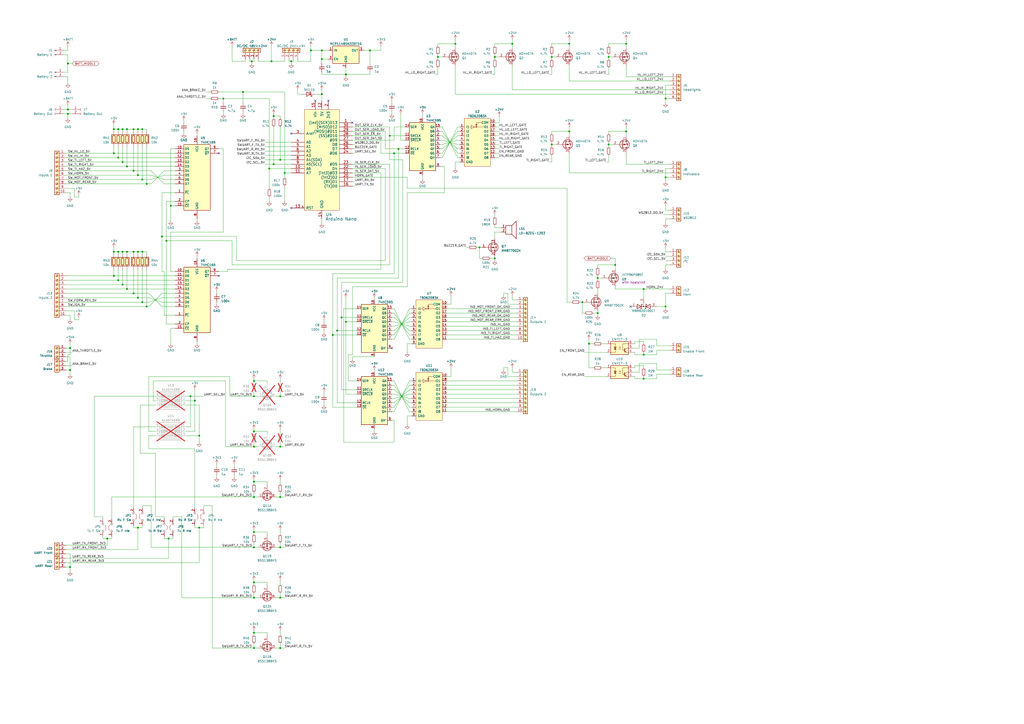
<source format=kicad_sch>
(kicad_sch (version 20230121) (generator eeschema)
  (paper "A2")
  (title_block (title "Kettcar Control") (date "2023-05-23") (rev "1.0") (company "xatLabs") (comment 1 "Julian Metzler"))
  (junction (at 77.47 99.06))
  (junction (at 200.66 186.69))
  (junction (at 287.02 149.86))
  (junction (at 168.91 35.56))
  (junction (at 330.2 25.4))
  (junction (at 147.32 279.4))
  (junction (at 341.63 199.39))
  (junction (at 373.38 219.71))
  (junction (at 162.56 92.71))
  (junction (at 147.32 250.19))
  (junction (at 62.23 312.42))
  (junction (at 346.71 181.61))
  (junction (at 66.04 146.05))
  (junction (at 73.66 96.52))
  (junction (at 147.32 317.5))
  (junction (at 162.56 375.92))
  (junction (at 162.56 229.87))
  (junction (at 337.82 175.26))
  (junction (at 147.32 367.03))
  (junction (at 73.66 146.05))
  (junction (at 82.55 104.14))
  (junction (at 186.69 29.21))
  (junction (at 353.06 83.82))
  (junction (at 68.58 146.05))
  (junction (at 93.98 137.16))
  (junction (at 353.06 33.02))
  (junction (at 113.03 232.41))
  (junction (at 186.69 54.61))
  (junction (at 82.55 74.93))
  (junction (at 320.04 83.82))
  (junction (at 156.21 97.79))
  (junction (at 373.38 167.64))
  (junction (at 66.04 88.9))
  (junction (at 40.64 328.93))
  (junction (at 363.22 76.2))
  (junction (at 287.02 33.02))
  (junction (at 193.04 194.31))
  (junction (at 85.09 177.8))
  (junction (at 115.57 252.73))
  (junction (at 162.56 288.29))
  (junction (at 80.01 146.05))
  (junction (at 96.52 139.7))
  (junction (at 146.05 35.56))
  (junction (at 68.58 162.56))
  (junction (at 195.58 191.77))
  (junction (at 356.87 153.67))
  (junction (at 77.47 146.05))
  (junction (at 39.37 36.83))
  (junction (at 80.01 306.07))
  (junction (at 66.04 160.02))
  (junction (at 198.12 184.15))
  (junction (at 40.64 201.93))
  (junction (at 73.66 74.93))
  (junction (at 162.56 317.5))
  (junction (at 71.12 165.1))
  (junction (at 80.01 172.72))
  (junction (at 386.08 102.87))
  (junction (at 200.66 43.18))
  (junction (at 264.16 25.4))
  (junction (at 85.09 106.68))
  (junction (at 147.32 288.29))
  (junction (at 320.04 33.02))
  (junction (at 346.71 161.29))
  (junction (at 147.32 229.87))
  (junction (at 373.38 205.74))
  (junction (at 140.97 53.34))
  (junction (at 386.08 177.8))
  (junction (at 99.06 119.38))
  (junction (at 39.37 66.04))
  (junction (at 68.58 74.93))
  (junction (at 82.55 146.05))
  (junction (at 254 33.02))
  (junction (at 330.2 76.2))
  (junction (at 73.66 167.64))
  (junction (at 147.32 220.98))
  (junction (at 226.06 78.74))
  (junction (at 80.01 101.6))
  (junction (at 80.01 74.93))
  (junction (at 66.04 74.93))
  (junction (at 147.32 308.61))
  (junction (at 158.75 95.25))
  (junction (at 110.49 229.87))
  (junction (at 165.1 100.33))
  (junction (at 82.55 175.26))
  (junction (at 147.32 259.08))
  (junction (at 71.12 146.05))
  (junction (at 71.12 74.93))
  (junction (at 97.79 312.42))
  (junction (at 39.37 63.5))
  (junction (at 68.58 91.44))
  (junction (at 297.18 25.4))
  (junction (at 278.13 143.51))
  (junction (at 115.57 306.07))
  (junction (at 147.32 346.71))
  (junction (at 147.32 337.82))
  (junction (at 147.32 375.92))
  (junction (at 157.48 35.56))
  (junction (at 162.56 346.71))
  (junction (at 129.54 57.15))
  (junction (at 40.64 214.63))
  (junction (at 77.47 74.93))
  (junction (at 386.08 57.15))
  (junction (at 231.14 86.36))
  (junction (at 158.75 67.31))
  (junction (at 214.63 29.21))
  (junction (at 77.47 170.18))
  (junction (at 186.69 34.29))
  (junction (at 162.56 259.08))
  (junction (at 363.22 25.4))
  (junction (at 71.12 93.98))
  (junction (at 228.6 88.9))
  (junction (at 180.34 29.21))
  (no_connect (at 127 160.02))
  (no_connect (at 204.47 71.12))
  (no_connect (at 168.91 77.47))
  (no_connect (at 227.33 201.93))
  (no_connect (at 365.76 177.8))
  (no_connect (at 190.5 58.42))
  (no_connect (at 168.91 120.65))
  (no_connect (at 127 88.9))
  (no_connect (at 182.88 58.42))
  (wire (pts (xy 381 203.2) (xy 381 205.74)))
  (wire (pts (xy 234.95 81.28) (xy 232.41 81.28)))
  (wire (pts (xy 38.1 316.23) (xy 62.23 316.23)))
  (wire (pts (xy 204.47 81.28) (xy 228.6 81.28)))
  (wire (pts (xy 73.66 96.52) (xy 101.6 96.52)))
  (wire (pts (xy 73.66 156.21) (xy 73.66 167.64)))
  (wire (pts (xy 158.75 95.25) (xy 158.75 73.66)))
  (wire (pts (xy 287.02 149.86) (xy 287.02 151.13)))
  (wire (pts (xy 39.37 209.55) (xy 39.37 205.74)))
  (wire (pts (xy 38.1 326.39) (xy 115.57 326.39)))
  (wire (pts (xy 287.02 78.74) (xy 289.56 78.74)))
  (wire (pts (xy 160.02 375.92) (xy 162.56 375.92)))
  (wire (pts (xy 134.62 35.56) (xy 142.24 35.56)))
  (wire (pts (xy 255.27 88.9) (xy 256.54 88.9)))
  (wire (pts (xy 146.05 35.56) (xy 146.05 36.83)))
  (wire (pts (xy 82.55 146.05) (xy 85.09 146.05)))
  (wire (pts (xy 238.76 199.39) (xy 236.22 199.39)))
  (wire (pts (xy 227.33 220.98) (xy 228.6 220.98)))
  (wire (pts (xy 86.36 252.73) (xy 86.36 260.35)))
  (wire (pts (xy 96.52 187.96) (xy 101.6 187.96)))
  (wire (pts (xy 186.69 29.21) (xy 190.5 29.21)))
  (wire (pts (xy 265.43 76.2) (xy 266.7 76.2)))
  (wire (pts (xy 162.56 259.08) (xy 165.1 259.08)))
  (wire (pts (xy 193.04 236.22) (xy 207.01 236.22)))
  (wire (pts (xy 388.62 214.63) (xy 381 214.63)))
  (wire (pts (xy 77.47 247.65) (xy 90.17 247.65)))
  (wire (pts (xy 95.25 311.15) (xy 95.25 312.42)))
  (wire (pts (xy 115.57 252.73) (xy 115.57 256.54)))
  (wire (pts (xy 162.56 259.08) (xy 162.56 256.54)))
  (wire (pts (xy 353.06 33.02) (xy 355.6 33.02)))
  (wire (pts (xy 217.17 248.92) (xy 217.17 250.19)))
  (wire (pts (xy 381 205.74) (xy 373.38 205.74)))
  (wire (pts (xy 39.37 63.5) (xy 41.91 63.5)))
  (wire (pts (xy 287.02 148.59) (xy 287.02 149.86)))
  (wire (pts (xy 287.02 132.08) (xy 287.02 130.81)))
  (wire (pts (xy 252.73 43.18) (xy 254 43.18)))
  (wire (pts (xy 147.32 248.92) (xy 147.32 250.19)))
  (wire (pts (xy 294.64 170.18) (xy 292.1 170.18)))
  (wire (pts (xy 154.94 309.88) (xy 154.94 308.61)))
  (wire (pts (xy 299.72 233.68) (xy 259.08 233.68)))
  (wire (pts (xy 85.09 74.93) (xy 85.09 76.2)))
  (wire (pts (xy 127 157.48) (xy 132.08 157.48)))
  (wire (pts (xy 36.83 31.75) (xy 39.37 31.75)))
  (wire (pts (xy 226.06 78.74) (xy 234.95 78.74)))
  (wire (pts (xy 147.32 367.03) (xy 147.32 368.3)))
  (wire (pts (xy 297.18 38.1) (xy 297.18 52.07)))
  (wire (pts (xy 207.01 194.31) (xy 193.04 194.31)))
  (wire (pts (xy 87.63 293.37) (xy 87.63 317.5)))
  (wire (pts (xy 381 214.63) (xy 381 210.82)))
  (wire (pts (xy 214.63 29.21) (xy 214.63 36.83)))
  (wire (pts (xy 228.6 189.23) (xy 237.49 186.69)))
  (wire (pts (xy 71.12 146.05) (xy 73.66 146.05)))
  (wire (pts (xy 86.36 175.26) (xy 93.98 172.72)))
  (wire (pts (xy 62.23 312.42) (xy 64.77 312.42)))
  (wire (pts (xy 40.64 207.01) (xy 40.64 214.63)))
  (wire (pts (xy 115.57 326.39) (xy 115.57 306.07)))
  (wire (pts (xy 299.72 179.07) (xy 259.08 179.07)))
  (wire (pts (xy 370.84 196.85) (xy 370.84 201.93)))
  (wire (pts (xy 162.56 67.31) (xy 158.75 67.31)))
  (wire (pts (xy 351.79 199.39) (xy 349.25 199.39)))
  (wire (pts (xy 129.54 86.36) (xy 129.54 134.62)))
  (wire (pts (xy 38.1 180.34) (xy 43.18 180.34)))
  (wire (pts (xy 162.56 248.92) (xy 162.56 251.46)))
  (wire (pts (xy 238.76 241.3) (xy 236.22 241.3)))
  (wire (pts (xy 330.2 100.33) (xy 388.62 100.33)))
  (wire (pts (xy 39.37 205.74) (xy 40.64 205.74)))
  (wire (pts (xy 227.33 238.76) (xy 228.6 238.76)))
  (wire (pts (xy 227.33 64.77) (xy 227.33 66.04)))
  (wire (pts (xy 264.16 54.61) (xy 388.62 54.61)))
  (wire (pts (xy 278.13 149.86) (xy 278.13 143.51)))
  (wire (pts (xy 384.81 124.46) (xy 388.62 124.46)))
  (wire (pts (xy 87.63 317.5) (xy 147.32 317.5)))
  (wire (pts (xy 85.09 106.68) (xy 87.63 106.68)))
  (wire (pts (xy 228.6 73.66) (xy 228.6 81.28)))
  (wire (pts (xy 158.75 66.04) (xy 158.75 67.31)))
  (wire (pts (xy 186.69 52.07) (xy 186.69 54.61)))
  (wire (pts (xy 77.47 74.93) (xy 77.47 76.2)))
  (wire (pts (xy 318.77 93.98) (xy 320.04 93.98)))
  (wire (pts (xy 386.08 97.79) (xy 386.08 102.87)))
  (wire (pts (xy 292.1 213.36) (xy 292.1 214.63)))
  (wire (pts (xy 363.22 73.66) (xy 363.22 76.2)))
  (wire (pts (xy 99.06 190.5) (xy 99.06 199.39)))
  (wire (pts (xy 285.75 43.18) (xy 287.02 43.18)))
  (wire (pts (xy 38.1 160.02) (xy 66.04 160.02)))
  (wire (pts (xy 320.04 25.4) (xy 330.2 25.4)))
  (wire (pts (xy 254 33.02) (xy 256.54 33.02)))
  (wire (pts (xy 40.64 321.31) (xy 40.64 328.93)))
  (wire (pts (xy 125.73 175.26) (xy 125.73 176.53)))
  (wire (pts (xy 294.64 176.53) (xy 294.64 170.18)))
  (wire (pts (xy 101.6 86.36) (xy 99.06 86.36)))
  (wire (pts (xy 38.1 93.98) (xy 71.12 93.98)))
  (wire (pts (xy 180.34 35.56) (xy 180.34 29.21)))
  (wire (pts (xy 289.56 67.31) (xy 289.56 71.12)))
  (wire (pts (xy 223.52 86.36) (xy 231.14 86.36)))
  (wire (pts (xy 113.03 306.07) (xy 115.57 306.07)))
  (wire (pts (xy 337.82 175.26) (xy 339.09 175.26)))
  (wire (pts (xy 87.63 106.68) (xy 95.25 99.06)))
  (wire (pts (xy 237.49 233.68) (xy 238.76 233.68)))
  (wire (pts (xy 162.56 317.5) (xy 165.1 317.5)))
  (wire (pts (xy 266.7 93.98) (xy 264.16 93.98)))
  (wire (pts (xy 86.36 170.18) (xy 93.98 177.8)))
  (wire (pts (xy 265.43 78.74) (xy 266.7 78.74)))
  (wire (pts (xy 287.02 83.82) (xy 289.56 83.82)))
  (wire (pts (xy 328.93 175.26) (xy 331.47 175.26)))
  (wire (pts (xy 172.72 35.56) (xy 180.34 35.56)))
  (wire (pts (xy 54.61 299.72) (xy 54.61 229.87)))
  (wire (pts (xy 80.01 318.77) (xy 80.01 306.07)))
  (wire (pts (xy 195.58 233.68) (xy 195.58 191.77)))
  (wire (pts (xy 130.81 220.98) (xy 130.81 259.08)))
  (wire (pts (xy 162.56 375.92) (xy 165.1 375.92)))
  (wire (pts (xy 228.6 191.77) (xy 237.49 184.15)))
  (wire (pts (xy 147.32 35.56) (xy 147.32 34.29)))
  (wire (pts (xy 353.06 90.17) (xy 353.06 93.98)))
  (wire (pts (xy 297.18 173.99) (xy 297.18 171.45)))
  (wire (pts (xy 259.08 176.53) (xy 261.62 176.53)))
  (wire (pts (xy 236.22 109.22) (xy 328.93 109.22)))
  (wire (pts (xy 38.1 101.6) (xy 80.01 101.6)))
  (wire (pts (xy 93.98 137.16) (xy 137.16 137.16)))
  (wire (pts (xy 299.72 215.9) (xy 297.18 215.9)))
  (wire (pts (xy 101.6 111.76) (xy 93.98 111.76)))
  (wire (pts (xy 156.21 57.15) (xy 156.21 97.79)))
  (wire (pts (xy 147.32 229.87) (xy 149.86 229.87)))
  (wire (pts (xy 172.72 52.07) (xy 172.72 54.61)))
  (wire (pts (xy 154.94 308.61) (xy 147.32 308.61)))
  (wire (pts (xy 147.32 344.17) (xy 147.32 346.71)))
  (wire (pts (xy 127 53.34) (xy 140.97 53.34)))
  (wire (pts (xy 170.18 35.56) (xy 170.18 34.29)))
  (wire (pts (xy 71.12 74.93) (xy 71.12 76.2)))
  (wire (pts (xy 276.86 143.51) (xy 278.13 143.51)))
  (wire (pts (xy 320.04 77.47) (xy 320.04 76.2)))
  (wire (pts (xy 38.1 99.06) (xy 77.47 99.06)))
  (wire (pts (xy 234.95 73.66) (xy 228.6 73.66)))
  (wire (pts (xy 87.63 99.06) (xy 95.25 106.68)))
  (wire (pts (xy 254 25.4) (xy 264.16 25.4)))
  (wire (pts (xy 299.72 184.15) (xy 259.08 184.15)))
  (wire (pts (xy 168.91 35.56) (xy 168.91 36.83)))
  (wire (pts (xy 110.49 229.87) (xy 118.11 229.87)))
  (wire (pts (xy 353.06 26.67) (xy 353.06 25.4)))
  (wire (pts (xy 195.58 161.29) (xy 231.14 161.29)))
  (wire (pts (xy 257.81 111.76) (xy 257.81 96.52)))
  (wire (pts (xy 68.58 74.93) (xy 68.58 76.2)))
  (wire (pts (xy 227.33 58.42) (xy 227.33 59.69)))
  (wire (pts (xy 254 26.67) (xy 254 25.4)))
  (wire (pts (xy 71.12 156.21) (xy 71.12 165.1)))
  (wire (pts (xy 88.9 220.98) (xy 130.81 220.98)))
  (wire (pts (xy 77.47 146.05) (xy 80.01 146.05)))
  (wire (pts (xy 156.21 97.79) (xy 156.21 109.22)))
  (wire (pts (xy 162.56 278.13) (xy 162.56 280.67)))
  (wire (pts (xy 217.17 172.72) (xy 217.17 173.99)))
  (wire (pts (xy 228.6 184.15) (xy 237.49 191.77)))
  (wire (pts (xy 255.27 81.28) (xy 256.54 81.28)))
  (wire (pts (xy 227.33 196.85) (xy 228.6 196.85)))
  (wire (pts (xy 353.06 33.02) (xy 353.06 34.29)))
  (wire (pts (xy 93.98 111.76) (xy 93.98 137.16)))
  (wire (pts (xy 204.47 207.01) (xy 204.47 208.28)))
  (wire (pts (xy 154.94 280.67) (xy 154.94 279.4)))
  (wire (pts (xy 363.22 76.2) (xy 363.22 78.74)))
  (wire (pts (xy 45.72 185.42) (xy 45.72 184.15)))
  (wire (pts (xy 97.79 323.85) (xy 97.79 312.42)))
  (wire (pts (xy 368.3 198.12) (xy 368.3 199.39)))
  (wire (pts (xy 137.16 137.16) (xy 137.16 151.13)))
  (wire (pts (xy 299.72 173.99) (xy 297.18 173.99)))
  (wire (pts (xy 330.2 88.9) (xy 330.2 100.33)))
  (wire (pts (xy 353.06 39.37) (xy 353.06 43.18)))
  (wire (pts (xy 147.32 285.75) (xy 147.32 288.29)))
  (wire (pts (xy 162.56 307.34) (xy 162.56 309.88)))
  (wire (pts (xy 119.38 53.34) (xy 121.92 53.34)))
  (wire (pts (xy 320.04 83.82) (xy 320.04 85.09)))
  (wire (pts (xy 36.83 29.21) (xy 39.37 29.21)))
  (wire (pts (xy 368.3 219.71) (xy 368.3 218.44)))
  (wire (pts (xy 381 219.71) (xy 373.38 219.71)))
  (wire (pts (xy 270.51 143.51) (xy 271.78 143.51)))
  (wire (pts (xy 38.1 323.85) (xy 97.79 323.85)))
  (wire (pts (xy 227.33 191.77) (xy 228.6 191.77)))
  (wire (pts (xy 45.72 114.3) (xy 45.72 113.03)))
  (wire (pts (xy 127 86.36) (xy 129.54 86.36)))
  (wire (pts (xy 38.1 109.22) (xy 43.18 109.22)))
  (wire (pts (xy 228.6 243.84) (xy 228.6 256.54)))
  (wire (pts (xy 256.54 83.82) (xy 265.43 81.28)))
  (wire (pts (xy 299.72 189.23) (xy 259.08 189.23)))
  (wire (pts (xy 200.66 43.18) (xy 200.66 44.45)))
  (wire (pts (xy 86.36 218.44) (xy 133.35 218.44)))
  (wire (pts (xy 36.83 63.5) (xy 39.37 63.5)))
  (wire (pts (xy 299.72 223.52) (xy 259.08 223.52)))
  (wire (pts (xy 39.37 36.83) (xy 39.37 41.91)))
  (wire (pts (xy 154.94 367.03) (xy 147.32 367.03)))
  (wire (pts (xy 129.54 64.77) (xy 129.54 66.04)))
  (wire (pts (xy 134.62 139.7) (xy 96.52 139.7)))
  (wire (pts (xy 245.11 101.6) (xy 245.11 104.14)))
  (wire (pts (xy 129.54 57.15) (xy 156.21 57.15)))
  (wire (pts (xy 64.77 288.29) (xy 64.77 300.99)))
  (wire (pts (xy 351.79 204.47) (xy 339.09 204.47)))
  (wire (pts (xy 287.02 124.46) (xy 287.02 125.73)))
  (wire (pts (xy 207.01 233.68) (xy 195.58 233.68)))
  (wire (pts (xy 77.47 306.07) (xy 80.01 306.07)))
  (wire (pts (xy 38.1 172.72) (xy 80.01 172.72)))
  (wire (pts (xy 204.47 88.9) (xy 205.74 88.9)))
  (wire (pts (xy 330.2 38.1) (xy 330.2 46.99)))
  (wire (pts (xy 132.08 156.21) (xy 132.08 157.48)))
  (wire (pts (xy 147.32 259.08) (xy 149.86 259.08)))
  (wire (pts (xy 39.37 44.45) (xy 39.37 48.26)))
  (wire (pts (xy 198.12 184.15) (xy 198.12 163.83)))
  (wire (pts (xy 125.73 168.91) (xy 125.73 170.18)))
  (wire (pts (xy 320.04 33.02) (xy 320.04 34.29)))
  (wire (pts (xy 284.48 149.86) (xy 287.02 149.86)))
  (wire (pts (xy 353.06 82.55) (xy 353.06 83.82)))
  (wire (pts (xy 147.32 308.61) (xy 147.32 309.88)))
  (wire (pts (xy 207.01 184.15) (xy 198.12 184.15)))
  (wire (pts (xy 388.62 170.18) (xy 386.08 170.18)))
  (wire (pts (xy 160.02 229.87) (xy 162.56 229.87)))
  (wire (pts (xy 38.1 165.1) (xy 71.12 165.1)))
  (wire (pts (xy 114.3 148.59) (xy 114.3 149.86)))
  (wire (pts (xy 265.43 83.82) (xy 266.7 83.82)))
  (wire (pts (xy 351.79 213.36) (xy 349.25 213.36)))
  (wire (pts (xy 180.34 29.21) (xy 186.69 29.21)))
  (wire (pts (xy 363.22 38.1) (xy 363.22 44.45)))
  (wire (pts (xy 287.02 76.2) (xy 289.56 76.2)))
  (wire (pts (xy 165.1 107.95) (xy 165.1 116.84)))
  (wire (pts (xy 107.95 232.41) (xy 113.03 232.41)))
  (wire (pts (xy 287.02 31.75) (xy 287.02 33.02)))
  (wire (pts (xy 100.33 300.99) (xy 100.33 299.72)))
  (wire (pts (xy 386.08 59.69) (xy 386.08 57.15)))
  (wire (pts (xy 217.17 214.63) (xy 217.17 215.9)))
  (wire (pts (xy 245.11 66.04) (xy 245.11 68.58)))
  (wire (pts (xy 99.06 190.5) (xy 101.6 190.5)))
  (wire (pts (xy 73.66 146.05) (xy 77.47 146.05)))
  (wire (pts (xy 388.62 153.67) (xy 386.08 153.67)))
  (wire (pts (xy 330.2 73.66) (xy 330.2 76.2)))
  (wire (pts (xy 237.49 231.14) (xy 238.76 231.14)))
  (wire (pts (xy 354.33 149.86) (xy 356.87 149.86)))
  (wire (pts (xy 330.2 46.99) (xy 388.62 46.99)))
  (wire (pts (xy 157.48 35.56) (xy 165.1 35.56)))
  (wire (pts (xy 43.18 109.22) (xy 43.18 114.3)))
  (wire (pts (xy 228.6 196.85) (xy 237.49 179.07)))
  (wire (pts (xy 193.04 158.75) (xy 228.6 158.75)))
  (wire (pts (xy 265.43 88.9) (xy 266.7 88.9)))
  (wire (pts (xy 147.32 336.55) (xy 147.32 337.82)))
  (wire (pts (xy 180.34 29.21) (xy 180.34 26.67)))
  (wire (pts (xy 66.04 146.05) (xy 68.58 146.05)))
  (wire (pts (xy 299.72 196.85) (xy 259.08 196.85)))
  (wire (pts (xy 160.02 288.29) (xy 162.56 288.29)))
  (wire (pts (xy 264.16 93.98) (xy 264.16 97.79)))
  (wire (pts (xy 388.62 127) (xy 386.08 127)))
  (wire (pts (xy 66.04 160.02) (xy 101.6 160.02)))
  (wire (pts (xy 73.66 74.93) (xy 73.66 76.2)))
  (wire (pts (xy 38.1 104.14) (xy 82.55 104.14)))
  (wire (pts (xy 386.08 143.51) (xy 386.08 146.05)))
  (wire (pts (xy 201.93 205.74) (xy 201.93 220.98)))
  (wire (pts (xy 77.47 74.93) (xy 80.01 74.93)))
  (wire (pts (xy 386.08 119.38) (xy 386.08 121.92)))
  (wire (pts (xy 328.93 109.22) (xy 328.93 175.26)))
  (wire (pts (xy 287.02 91.44) (xy 289.56 91.44)))
  (wire (pts (xy 73.66 74.93) (xy 77.47 74.93)))
  (wire (pts (xy 59.69 311.15) (xy 59.69 312.42)))
  (wire (pts (xy 255.27 83.82) (xy 256.54 83.82)))
  (wire (pts (xy 129.54 57.15) (xy 129.54 59.69)))
  (wire (pts (xy 299.72 220.98) (xy 259.08 220.98)))
  (wire (pts (xy 96.52 139.7) (xy 96.52 187.96)))
  (wire (pts (xy 153.67 92.71) (xy 162.56 92.71)))
  (wire (pts (xy 381 210.82) (xy 370.84 210.82)))
  (wire (pts (xy 162.56 68.58) (xy 162.56 67.31)))
  (wire (pts (xy 158.75 67.31) (xy 158.75 68.58)))
  (wire (pts (xy 356.87 167.64) (xy 373.38 167.64)))
  (wire (pts (xy 43.18 114.3) (xy 45.72 114.3)))
  (wire (pts (xy 147.32 373.38) (xy 147.32 375.92)))
  (wire (pts (xy 64.77 288.29) (xy 147.32 288.29)))
  (wire (pts (xy 82.55 156.21) (xy 82.55 175.26)))
  (wire (pts (xy 113.03 260.35) (xy 86.36 260.35)))
  (wire (pts (xy 227.33 231.14) (xy 228.6 231.14)))
  (wire (pts (xy 59.69 300.99) (xy 59.69 299.72)))
  (wire (pts (xy 82.55 74.93) (xy 85.09 74.93)))
  (wire (pts (xy 162.56 92.71) (xy 162.56 73.66)))
  (wire (pts (xy 127 57.15) (xy 129.54 57.15)))
  (wire (pts (xy 77.47 85.09) (xy 77.47 99.06)))
  (wire (pts (xy 346.71 180.34) (xy 346.71 181.61)))
  (wire (pts (xy 93.98 170.18) (xy 101.6 170.18)))
  (wire (pts (xy 386.08 121.92) (xy 388.62 121.92)))
  (wire (pts (xy 90.17 262.89) (xy 81.28 262.89)))
  (wire (pts (xy 237.49 226.06) (xy 238.76 226.06)))
  (wire (pts (xy 198.12 226.06) (xy 207.01 226.06)))
  (wire (pts (xy 287.02 33.02) (xy 287.02 34.29)))
  (wire (pts (xy 346.71 167.64) (xy 346.71 170.18)))
  (wire (pts (xy 160.02 346.71) (xy 162.56 346.71)))
  (wire (pts (xy 99.06 157.48) (xy 101.6 157.48)))
  (wire (pts (xy 80.01 146.05) (xy 82.55 146.05)))
  (wire (pts (xy 199.39 256.54) (xy 199.39 179.07)))
  (wire (pts (xy 149.86 35.56) (xy 157.48 35.56)))
  (wire (pts (xy 80.01 74.93) (xy 82.55 74.93)))
  (wire (pts (xy 147.32 346.71) (xy 149.86 346.71)))
  (wire (pts (xy 68.58 156.21) (xy 68.58 162.56)))
  (wire (pts (xy 381 200.66) (xy 381 196.85)))
  (wire (pts (xy 77.47 247.65) (xy 77.47 294.64)))
  (wire (pts (xy 320.04 76.2) (xy 330.2 76.2)))
  (wire (pts (xy 154.94 279.4) (xy 147.32 279.4)))
  (wire (pts (xy 154.94 337.82) (xy 147.32 337.82)))
  (wire (pts (xy 38.1 167.64) (xy 73.66 167.64)))
  (wire (pts (xy 186.69 29.21) (xy 186.69 34.29)))
  (wire (pts (xy 165.1 100.33) (xy 165.1 102.87)))
  (wire (pts (xy 87.63 101.6) (xy 95.25 104.14)))
  (wire (pts (xy 100.33 299.72) (xy 105.41 299.72)))
  (wire (pts (xy 228.6 158.75) (xy 228.6 88.9)))
  (wire (pts (xy 299.72 218.44) (xy 294.64 218.44)))
  (wire (pts (xy 233.68 92.71) (xy 226.06 92.71)))
  (wire (pts (xy 77.47 170.18) (xy 86.36 170.18)))
  (wire (pts (xy 373.38 199.39) (xy 373.38 198.12)))
  (wire (pts (xy 287.02 25.4) (xy 297.18 25.4)))
  (wire (pts (xy 147.32 375.92) (xy 149.86 375.92)))
  (wire (pts (xy 388.62 200.66) (xy 381 200.66)))
  (wire (pts (xy 147.32 220.98) (xy 147.32 222.25)))
  (wire (pts (xy 90.17 252.73) (xy 86.36 252.73)))
  (wire (pts (xy 236.22 199.39) (xy 236.22 204.47)))
  (wire (pts (xy 87.63 104.14) (xy 95.25 101.6)))
  (wire (pts (xy 38.1 177.8) (xy 85.09 177.8)))
  (wire (pts (xy 77.47 146.05) (xy 77.47 147.32)))
  (wire (pts (xy 149.86 34.29) (xy 149.86 35.56)))
  (wire (pts (xy 353.06 31.75) (xy 353.06 33.02)))
  (wire (pts (xy 353.06 83.82) (xy 355.6 83.82)))
  (wire (pts (xy 39.37 66.04) (xy 41.91 66.04)))
  (wire (pts (xy 154.94 250.19) (xy 147.32 250.19)))
  (wire (pts (xy 38.1 175.26) (xy 82.55 175.26)))
  (wire (pts (xy 38.1 201.93) (xy 40.64 201.93)))
  (wire (pts (xy 147.32 365.76) (xy 147.32 367.03)))
  (wire (pts (xy 344.17 181.61) (xy 346.71 181.61)))
  (wire (pts (xy 386.08 127) (xy 386.08 129.54)))
  (wire (pts (xy 172.72 54.61) (xy 175.26 54.61)))
  (wire (pts (xy 227.33 228.6) (xy 228.6 228.6)))
  (wire (pts (xy 228.6 181.61) (xy 237.49 194.31)))
  (wire (pts (xy 64.77 311.15) (xy 64.77 312.42)))
  (wire (pts (xy 93.98 175.26) (xy 101.6 175.26)))
  (wire (pts (xy 135.89 275.59) (xy 135.89 276.86)))
  (wire (pts (xy 107.95 250.19) (xy 113.03 250.19)))
  (wire (pts (xy 38.1 170.18) (xy 77.47 170.18)))
  (wire (pts (xy 292.1 170.18) (xy 292.1 171.45)))
  (wire (pts (xy 231.14 86.36) (xy 234.95 86.36)))
  (wire (pts (xy 204.47 100.33) (xy 220.98 100.33)))
  (wire (pts (xy 80.01 101.6) (xy 87.63 101.6)))
  (wire (pts (xy 80.01 146.05) (xy 80.01 147.32)))
  (wire (pts (xy 162.56 229.87) (xy 165.1 229.87)))
  (wire (pts (xy 134.62 26.67) (xy 134.62 35.56)))
  (wire (pts (xy 40.64 328.93) (xy 38.1 328.93)))
  (wire (pts (xy 160.02 259.08) (xy 162.56 259.08)))
  (wire (pts (xy 43.18 185.42) (xy 45.72 185.42)))
  (wire (pts (xy 142.24 35.56) (xy 142.24 34.29)))
  (wire (pts (xy 237.49 194.31) (xy 238.76 194.31)))
  (wire (pts (xy 226.06 73.66) (xy 226.06 78.74)))
  (wire (pts (xy 68.58 146.05) (xy 68.58 147.32)))
  (wire (pts (xy 40.64 182.88) (xy 40.64 185.42)))
  (wire (pts (xy 256.54 76.2) (xy 265.43 88.9)))
  (wire (pts (xy 346.71 161.29) (xy 349.25 161.29)))
  (wire (pts (xy 346.71 153.67) (xy 356.87 153.67)))
  (wire (pts (xy 227.33 179.07) (xy 228.6 179.07)))
  (wire (pts (xy 201.93 220.98) (xy 207.01 220.98)))
  (wire (pts (xy 386.08 146.05) (xy 388.62 146.05)))
  (wire (pts (xy 168.91 95.25) (xy 158.75 95.25)))
  (wire (pts (xy 320.04 31.75) (xy 320.04 33.02)))
  (wire (pts (xy 140.97 64.77) (xy 140.97 66.04)))
  (wire (pts (xy 373.38 205.74) (xy 368.3 205.74)))
  (wire (pts (xy 38.1 162.56) (xy 68.58 162.56)))
  (wire (pts (xy 363.22 25.4) (xy 363.22 27.94)))
  (wire (pts (xy 237.49 189.23) (xy 238.76 189.23)))
  (wire (pts (xy 330.2 22.86) (xy 330.2 25.4)))
  (wire (pts (xy 115.57 234.95) (xy 115.57 252.73)))
  (wire (pts (xy 204.47 107.95) (xy 205.74 107.95)))
  (wire (pts (xy 140.97 53.34) (xy 165.1 53.34)))
  (wire (pts (xy 38.1 96.52) (xy 73.66 96.52)))
  (wire (pts (xy 153.67 85.09) (xy 168.91 85.09)))
  (wire (pts (xy 162.56 219.71) (xy 162.56 222.25)))
  (wire (pts (xy 227.33 181.61) (xy 228.6 181.61)))
  (wire (pts (xy 95.25 182.88) (xy 95.25 157.48)))
  (wire (pts (xy 353.06 76.2) (xy 363.22 76.2)))
  (wire (pts (xy 356.87 153.67) (xy 356.87 156.21)))
  (wire (pts (xy 168.91 92.71) (xy 162.56 92.71)))
  (wire (pts (xy 165.1 100.33) (xy 168.91 100.33)))
  (wire (pts (xy 172.72 34.29) (xy 172.72 35.56)))
  (wire (pts (xy 297.18 215.9) (xy 297.18 213.36)))
  (wire (pts (xy 237.49 179.07) (xy 238.76 179.07)))
  (wire (pts (xy 299.72 176.53) (xy 294.64 176.53)))
  (wire (pts (xy 95.25 300.99) (xy 95.25 299.72)))
  (wire (pts (xy 114.3 77.47) (xy 114.3 78.74)))
  (wire (pts (xy 228.6 186.69) (xy 237.49 189.23)))
  (wire (pts (xy 228.6 179.07) (xy 237.49 196.85)))
  (wire (pts (xy 254 39.37) (xy 254 43.18)))
  (wire (pts (xy 71.12 93.98) (xy 101.6 93.98)))
  (wire (pts (xy 381 196.85) (xy 370.84 196.85)))
  (wire (pts (xy 227.33 194.31) (xy 228.6 194.31)))
  (wire (pts (xy 320.04 33.02) (xy 322.58 33.02)))
  (wire (pts (xy 220.98 100.33) (xy 220.98 156.21)))
  (wire (pts (xy 363.22 88.9) (xy 363.22 95.25)))
  (wire (pts (xy 54.61 229.87) (xy 90.17 229.87)))
  (wire (pts (xy 351.79 218.44) (xy 339.09 218.44)))
  (wire (pts (xy 255.27 76.2) (xy 256.54 76.2)))
  (wire (pts (xy 129.54 134.62) (xy 99.06 134.62)))
  (wire (pts (xy 147.32 337.82) (xy 147.32 339.09)))
  (wire (pts (xy 227.33 184.15) (xy 228.6 184.15)))
  (wire (pts (xy 39.37 63.5) (xy 39.37 60.96)))
  (wire (pts (xy 118.11 304.8) (xy 118.11 306.07)))
  (wire (pts (xy 39.37 66.04) (xy 39.37 68.58)))
  (wire (pts (xy 336.55 175.26) (xy 337.82 175.26)))
  (wire (pts (xy 204.47 76.2) (xy 223.52 76.2)))
  (wire (pts (xy 278.13 143.51) (xy 279.4 143.51)))
  (wire (pts (xy 38.1 88.9) (xy 66.04 88.9)))
  (wire (pts (xy 86.36 177.8) (xy 93.98 170.18)))
  (wire (pts (xy 228.6 220.98) (xy 237.49 238.76)))
  (wire (pts (xy 165.1 35.56) (xy 165.1 34.29)))
  (wire (pts (xy 119.38 57.15) (xy 121.92 57.15)))
  (wire (pts (xy 256.54 91.44) (xy 265.43 73.66)))
  (wire (pts (xy 80.01 74.93) (xy 80.01 76.2)))
  (wire (pts (xy 264.16 54.61) (xy 264.16 38.1)))
  (wire (pts (xy 80.01 172.72) (xy 86.36 172.72)))
  (wire (pts (xy 38.1 318.77) (xy 80.01 318.77)))
  (wire (pts (xy 265.43 73.66) (xy 266.7 73.66)))
  (wire (pts (xy 114.3 198.12) (xy 114.3 199.39)))
  (wire (pts (xy 39.37 31.75) (xy 39.37 36.83)))
  (wire (pts (xy 193.04 194.31) (xy 193.04 236.22)))
  (wire (pts (xy 187.96 191.77) (xy 187.96 193.04)))
  (wire (pts (xy 207.01 228.6) (xy 200.66 228.6)))
  (wire (pts (xy 153.67 82.55) (xy 168.91 82.55)))
  (wire (pts (xy 386.08 170.18) (xy 386.08 177.8)))
  (wire (pts (xy 38.1 321.31) (xy 40.64 321.31)))
  (wire (pts (xy 147.32 250.19) (xy 147.32 251.46)))
  (wire (pts (xy 373.38 213.36) (xy 373.38 212.09)))
  (wire (pts (xy 147.32 227.33) (xy 147.32 229.87)))
  (wire (pts (xy 287.02 71.12) (xy 289.56 71.12)))
  (wire (pts (xy 228.6 256.54) (xy 199.39 256.54)))
  (wire (pts (xy 82.55 85.09) (xy 82.55 104.14)))
  (wire (pts (xy 147.32 314.96) (xy 147.32 317.5)))
  (wire (pts (xy 237.49 223.52) (xy 238.76 223.52)))
  (wire (pts (xy 95.25 104.14) (xy 101.6 104.14)))
  (wire (pts (xy 71.12 146.05) (xy 71.12 147.32)))
  (wire (pts (xy 113.03 304.8) (xy 113.03 306.07)))
  (wire (pts (xy 195.58 191.77) (xy 207.01 191.77)))
  (wire (pts (xy 259.08 238.76) (xy 299.72 238.76)))
  (wire (pts (xy 153.67 95.25) (xy 158.75 95.25)))
  (wire (pts (xy 198.12 163.83) (xy 233.68 163.83)))
  (wire (pts (xy 287.02 73.66) (xy 289.56 73.66)))
  (wire (pts (xy 193.04 194.31) (xy 193.04 158.75)))
  (wire (pts (xy 227.33 223.52) (xy 228.6 223.52)))
  (wire (pts (xy 227.33 233.68) (xy 228.6 233.68)))
  (wire (pts (xy 85.09 85.09) (xy 85.09 106.68)))
  (wire (pts (xy 381 177.8) (xy 386.08 177.8)))
  (wire (pts (xy 41.91 212.09) (xy 38.1 212.09)))
  (wire (pts (xy 256.54 81.28) (xy 265.43 83.82)))
  (wire (pts (xy 386.08 102.87) (xy 386.08 105.41)))
  (wire (pts (xy 162.56 375.92) (xy 162.56 373.38)))
  (wire (pts (xy 68.58 146.05) (xy 71.12 146.05)))
  (wire (pts (xy 97.79 312.42) (xy 100.33 312.42)))
  (wire (pts (xy 299.72 226.06) (xy 259.08 226.06)))
  (wire (pts (xy 134.62 153.67) (xy 226.06 153.67)))
  (wire (pts (xy 186.69 41.91) (xy 186.69 43.18)))
  (wire (pts (xy 236.22 166.37) (xy 236.22 111.76)))
  (wire (pts (xy 228.6 231.14) (xy 237.49 228.6)))
  (wire (pts (xy 82.55 175.26) (xy 86.36 175.26)))
  (wire (pts (xy 153.67 87.63) (xy 168.91 87.63)))
  (wire (pts (xy 290.83 134.62) (xy 287.02 134.62)))
  (wire (pts (xy 232.41 81.28) (xy 232.41 66.04)))
  (wire (pts (xy 264.16 25.4) (xy 264.16 27.94)))
  (wire (pts (xy 368.3 218.44) (xy 367.03 218.44)))
  (wire (pts (xy 228.6 88.9) (xy 234.95 88.9)))
  (wire (pts (xy 236.22 102.87) (xy 236.22 109.22)))
  (wire (pts (xy 118.11 293.37) (xy 123.19 293.37)))
  (wire (pts (xy 80.01 306.07) (xy 82.55 306.07)))
  (wire (pts (xy 99.06 134.62) (xy 99.06 157.48)))
  (wire (pts (xy 330.2 25.4) (xy 330.2 27.94)))
  (wire (pts (xy 43.18 180.34) (xy 43.18 185.42)))
  (wire (pts (xy 132.08 156.21) (xy 220.98 156.21)))
  (wire (pts (xy 287.02 134.62) (xy 287.02 138.43)))
  (wire (pts (xy 125.73 275.59) (xy 125.73 276.86)))
  (wire (pts (xy 187.96 233.68) (xy 187.96 234.95)))
  (wire (pts (xy 237.49 184.15) (xy 238.76 184.15)))
  (wire (pts (xy 256.54 88.9) (xy 265.43 76.2)))
  (wire (pts (xy 228.6 194.31) (xy 237.49 181.61)))
  (wire (pts (xy 386.08 49.53) (xy 388.62 49.53)))
  (wire (pts (xy 66.04 76.2) (xy 66.04 74.93)))
  (wire (pts (xy 81.28 262.89) (xy 81.28 234.95)))
  (wire (pts (xy 264.16 22.86) (xy 264.16 25.4)))
  (wire (pts (xy 137.16 151.13) (xy 223.52 151.13)))
  (wire (pts (xy 320.04 83.82) (xy 322.58 83.82)))
  (wire (pts (xy 157.48 35.56) (xy 157.48 26.67)))
  (wire (pts (xy 95.25 182.88) (xy 101.6 182.88)))
  (wire (pts (xy 147.32 278.13) (xy 147.32 279.4)))
  (wire (pts (xy 86.36 250.19) (xy 86.36 218.44)))
  (wire (pts (xy 388.62 217.17) (xy 381 217.17)))
  (wire (pts (xy 154.94 220.98) (xy 147.32 220.98)))
  (wire (pts (xy 186.69 34.29) (xy 190.5 34.29)))
  (wire (pts (xy 106.68 76.2) (xy 106.68 77.47)))
  (wire (pts (xy 373.38 219.71) (xy 368.3 219.71)))
  (wire (pts (xy 118.11 294.64) (xy 118.11 293.37)))
  (wire (pts (xy 370.84 215.9) (xy 367.03 215.9)))
  (wire (pts (xy 162.56 288.29) (xy 162.56 285.75)))
  (wire (pts (xy 207.01 186.69) (xy 200.66 186.69)))
  (wire (pts (xy 99.06 86.36) (xy 99.06 119.38)))
  (wire (pts (xy 204.47 166.37) (xy 204.47 205.74)))
  (wire (pts (xy 204.47 97.79) (xy 223.52 97.79)))
  (wire (pts (xy 297.18 52.07) (xy 388.62 52.07)))
  (wire (pts (xy 351.79 43.18) (xy 353.06 43.18)))
  (wire (pts (xy 187.96 227.33) (xy 187.96 228.6)))
  (wire (pts (xy 287.02 88.9) (xy 289.56 88.9)))
  (wire (pts (xy 154.94 222.25) (xy 154.94 220.98)))
  (wire (pts (xy 254 31.75) (xy 254 33.02)))
  (wire (pts (xy 167.64 34.29) (xy 167.64 35.56)))
  (wire (pts (xy 231.14 161.29) (xy 231.14 86.36)))
  (wire (pts (xy 66.04 156.21) (xy 66.04 160.02)))
  (wire (pts (xy 38.1 106.68) (xy 85.09 106.68)))
  (wire (pts (xy 114.3 127) (xy 114.3 128.27)))
  (wire (pts (xy 204.47 86.36) (xy 205.74 86.36)))
  (wire (pts (xy 36.83 44.45) (xy 39.37 44.45)))
  (wire (pts (xy 73.66 167.64) (xy 101.6 167.64)))
  (wire (pts (xy 228.6 226.06) (xy 237.49 233.68)))
  (wire (pts (xy 135.89 269.24) (xy 135.89 270.51)))
  (wire (pts (xy 237.49 238.76) (xy 238.76 238.76)))
  (wire (pts (xy 68.58 162.56) (xy 101.6 162.56)))
  (wire (pts (xy 77.47 156.21) (xy 77.47 170.18)))
  (wire (pts (xy 227.33 186.69) (xy 228.6 186.69)))
  (wire (pts (xy 39.37 29.21) (xy 39.37 26.67)))
  (wire (pts (xy 287.02 33.02) (xy 289.56 33.02)))
  (wire (pts (xy 255.27 78.74) (xy 256.54 78.74)))
  (wire (pts (xy 156.21 97.79) (xy 168.91 97.79)))
  (wire (pts (xy 204.47 78.74) (xy 220.98 78.74)))
  (wire (pts (xy 125.73 269.24) (xy 125.73 270.51)))
  (wire (pts (xy 226.06 92.71) (xy 226.06 78.74)))
  (wire (pts (xy 223.52 76.2) (xy 223.52 86.36)))
  (wire (pts (xy 386.08 57.15) (xy 388.62 57.15)))
  (wire (pts (xy 82.55 294.64) (xy 82.55 293.37)))
  (wire (pts (xy 344.17 199.39) (xy 341.63 199.39)))
  (wire (pts (xy 299.72 228.6) (xy 259.08 228.6)))
  (wire (pts (xy 339.09 181.61) (xy 337.82 181.61)))
  (wire (pts (xy 82.55 293.37) (xy 87.63 293.37)))
  (wire (pts (xy 199.39 179.07) (xy 207.01 179.07)))
  (wire (pts (xy 257.81 96.52) (xy 255.27 96.52)))
  (wire (pts (xy 237.49 181.61) (xy 238.76 181.61)))
  (wire (pts (xy 226.06 153.67) (xy 226.06 95.25)))
  (wire (pts (xy 373.38 167.64) (xy 373.38 172.72)))
  (wire (pts (xy 40.64 328.93) (xy 40.64 331.47)))
  (wire (pts (xy 147.32 288.29) (xy 149.86 288.29)))
  (wire (pts (xy 40.64 111.76) (xy 40.64 114.3)))
  (wire (pts (xy 346.71 181.61) (xy 346.71 182.88)))
  (wire (pts (xy 77.47 304.8) (xy 77.47 306.07)))
  (wire (pts (xy 154.94 368.3) (xy 154.94 367.03)))
  (wire (pts (xy 388.62 102.87) (xy 386.08 102.87)))
  (wire (pts (xy 160.02 317.5) (xy 162.56 317.5)))
  (wire (pts (xy 147.32 279.4) (xy 147.32 280.67)))
  (wire (pts (xy 113.03 232.41) (xy 113.03 226.06)))
  (wire (pts (xy 106.68 69.85) (xy 106.68 71.12)))
  (wire (pts (xy 386.08 57.15) (xy 386.08 49.53)))
  (wire (pts (xy 66.04 85.09) (xy 66.04 88.9)))
  (wire (pts (xy 195.58 191.77) (xy 195.58 161.29)))
  (wire (pts (xy 186.69 34.29) (xy 186.69 36.83)))
  (wire (pts (xy 68.58 91.44) (xy 101.6 91.44)))
  (wire (pts (xy 297.18 22.86) (xy 297.18 25.4)))
  (wire (pts (xy 93.98 157.48) (xy 93.98 137.16)))
  (wire (pts (xy 226.06 95.25) (xy 204.47 95.25)))
  (wire (pts (xy 386.08 148.59) (xy 388.62 148.59)))
  (wire (pts (xy 80.01 85.09) (xy 80.01 101.6)))
  (wire (pts (xy 99.06 119.38) (xy 101.6 119.38)))
  (wire (pts (xy 373.38 198.12) (xy 368.3 198.12)))
  (wire (pts (xy 236.22 241.3) (xy 236.22 246.38)))
  (wire (pts (xy 233.68 163.83) (xy 233.68 92.71)))
  (wire (pts (xy 214.63 43.18) (xy 214.63 41.91)))
  (wire (pts (xy 227.33 243.84) (xy 228.6 243.84)))
  (wire (pts (xy 73.66 146.05) (xy 73.66 147.32)))
  (wire (pts (xy 59.69 312.42) (xy 62.23 312.42)))
  (wire (pts (xy 95.25 312.42) (xy 97.79 312.42)))
  (wire (pts (xy 86.36 172.72) (xy 93.98 175.26)))
  (wire (pts (xy 256.54 73.66) (xy 265.43 91.44)))
  (wire (pts (xy 62.23 316.23) (xy 62.23 312.42)))
  (wire (pts (xy 38.1 209.55) (xy 39.37 209.55)))
  (wire (pts (xy 386.08 153.67) (xy 386.08 156.21)))
  (wire (pts (xy 90.17 250.19) (xy 86.36 250.19)))
  (wire (pts (xy 237.49 196.85) (xy 238.76 196.85)))
  (wire (pts (xy 388.62 97.79) (xy 386.08 97.79)))
  (wire (pts (xy 279.4 149.86) (xy 278.13 149.86)))
  (wire (pts (xy 353.06 25.4) (xy 363.22 25.4)))
  (wire (pts (xy 40.64 201.93) (xy 40.64 205.74)))
  (wire (pts (xy 210.82 29.21) (xy 214.63 29.21)))
  (wire (pts (xy 38.1 182.88) (xy 40.64 182.88)))
  (wire (pts (xy 162.56 346.71) (xy 165.1 346.71)))
  (wire (pts (xy 115.57 306.07) (xy 118.11 306.07)))
  (wire (pts (xy 113.03 250.19) (xy 113.03 232.41)))
  (wire (pts (xy 162.56 346.71) (xy 162.56 344.17)))
  (wire (pts (xy 237.49 220.98) (xy 238.76 220.98)))
  (wire (pts (xy 227.33 236.22) (xy 228.6 236.22)))
  (wire (pts (xy 299.72 194.31) (xy 259.08 194.31)))
  (wire (pts (xy 255.27 91.44) (xy 256.54 91.44)))
  (wire (pts (xy 71.12 74.93) (xy 73.66 74.93)))
  (wire (pts (xy 68.58 85.09) (xy 68.58 91.44)))
  (wire (pts (xy 147.32 256.54) (xy 147.32 259.08)))
  (wire (pts (xy 107.95 229.87) (xy 110.49 229.87)))
  (wire (pts (xy 95.25 106.68) (xy 101.6 106.68)))
  (wire (pts (xy 256.54 86.36) (xy 265.43 78.74)))
  (wire (pts (xy 41.91 204.47) (xy 38.1 204.47)))
  (wire (pts (xy 228.6 236.22) (xy 237.49 223.52)))
  (wire (pts (xy 96.52 116.84) (xy 96.52 139.7)))
  (wire (pts (xy 93.98 172.72) (xy 101.6 172.72)))
  (wire (pts (xy 294.64 218.44) (xy 294.64 213.36)))
  (wire (pts (xy 227.33 226.06) (xy 228.6 226.06)))
  (wire (pts (xy 162.56 317.5) (xy 162.56 314.96)))
  (wire (pts (xy 146.05 35.56) (xy 147.32 35.56)))
  (wire (pts (xy 168.91 35.56) (xy 170.18 35.56)))
  (wire (pts (xy 110.49 247.65) (xy 107.95 247.65)))
  (wire (pts (xy 95.25 157.48) (xy 93.98 157.48)))
  (wire (pts (xy 96.52 116.84) (xy 101.6 116.84)))
  (wire (pts (xy 259.08 218.44) (xy 261.62 218.44)))
  (wire (pts (xy 147.32 307.34) (xy 147.32 308.61)))
  (wire (pts (xy 237.49 186.69) (xy 238.76 186.69)))
  (wire (pts (xy 90.17 299.72) (xy 95.25 299.72)))
  (wire (pts (xy 105.41 299.72) (xy 105.41 346.71)))
  (wire (pts (xy 100.33 311.15) (xy 100.33 312.42)))
  (wire (pts (xy 204.47 102.87) (xy 236.22 102.87)))
  (wire (pts (xy 341.63 199.39) (xy 341.63 213.36)))
  (wire (pts (xy 165.1 53.34) (xy 165.1 100.33)))
  (wire (pts (xy 265.43 81.28) (xy 266.7 81.28)))
  (wire (pts (xy 95.25 99.06) (xy 101.6 99.06)))
  (wire (pts (xy 144.78 35.56) (xy 146.05 35.56)))
  (wire (pts (xy 236.22 111.76) (xy 257.81 111.76)))
  (wire (pts (xy 66.04 143.51) (xy 66.04 146.05)))
  (wire (pts (xy 297.18 25.4) (xy 297.18 27.94)))
  (wire (pts (xy 66.04 147.32) (xy 66.04 146.05)))
  (wire (pts (xy 228.6 228.6) (xy 237.49 231.14)))
  (wire (pts (xy 68.58 74.93) (xy 71.12 74.93)))
  (wire (pts (xy 38.1 207.01) (xy 40.64 207.01)))
  (wire (pts (xy 36.83 66.04) (xy 39.37 66.04)))
  (wire (pts (xy 40.64 201.93) (xy 40.64 199.39)))
  (wire (pts (xy 153.67 90.17) (xy 168.91 90.17)))
  (wire (pts (xy 344.17 213.36) (xy 341.63 213.36)))
  (wire (pts (xy 88.9 232.41) (xy 88.9 220.98)))
  (wire (pts (xy 198.12 184.15) (xy 198.12 226.06)))
  (wire (pts (xy 223.52 97.79) (xy 223.52 151.13)))
  (wire (pts (xy 200.66 186.69) (xy 200.66 172.72)))
  (wire (pts (xy 107.95 234.95) (xy 115.57 234.95)))
  (wire (pts (xy 85.09 156.21) (xy 85.09 177.8)))
  (wire (pts (xy 368.3 213.36) (xy 367.03 213.36)))
  (wire (pts (xy 162.56 336.55) (xy 162.56 339.09)))
  (wire (pts (xy 237.49 236.22) (xy 238.76 236.22)))
  (wire (pts (xy 351.79 93.98) (xy 353.06 93.98)))
  (wire (pts (xy 38.1 91.44) (xy 68.58 91.44)))
  (wire (pts (xy 204.47 83.82) (xy 205.74 83.82)))
  (wire (pts (xy 130.81 259.08) (xy 147.32 259.08)))
  (wire (pts (xy 373.38 212.09) (xy 368.3 212.09)))
  (wire (pts (xy 217.17 207.01) (xy 204.47 207.01)))
  (wire (pts (xy 220.98 78.74) (xy 220.98 88.9)))
  (wire (pts (xy 228.6 223.52) (xy 237.49 236.22)))
  (wire (pts (xy 381 217.17) (xy 381 219.71)))
  (wire (pts (xy 237.49 228.6) (xy 238.76 228.6)))
  (wire (pts (xy 386.08 151.13) (xy 388.62 151.13)))
  (wire (pts (xy 299.72 231.14) (xy 259.08 231.14)))
  (wire (pts (xy 255.27 86.36) (xy 256.54 86.36)))
  (wire (pts (xy 107.95 252.73) (xy 115.57 252.73)))
  (wire (pts (xy 82.55 146.05) (xy 82.55 147.32)))
  (wire (pts (xy 71.12 165.1) (xy 101.6 165.1)))
  (wire (pts (xy 154.94 251.46) (xy 154.94 250.19)))
  (wire (pts (xy 90.17 299.72) (xy 90.17 262.89)))
  (wire (pts (xy 227.33 189.23) (xy 228.6 189.23)))
  (wire (pts (xy 287.02 86.36) (xy 289.56 86.36)))
  (wire (pts (xy 73.66 85.09) (xy 73.66 96.52)))
  (wire (pts (xy 66.04 88.9) (xy 101.6 88.9)))
  (wire (pts (xy 346.71 160.02) (xy 346.71 161.29)))
  (wire (pts (xy 71.12 85.09) (xy 71.12 93.98)))
  (wire (pts (xy 40.64 214.63) (xy 40.64 217.17)))
  (wire (pts (xy 255.27 73.66) (xy 256.54 73.66)))
  (wire (pts (xy 200.66 43.18) (xy 214.63 43.18)))
  (wire (pts (xy 200.66 228.6) (xy 200.66 186.69)))
  (wire (pts (xy 299.72 181.61) (xy 259.08 181.61)))
  (wire (pts (xy 287.02 81.28) (xy 289.56 81.28)))
  (wire (pts (xy 93.98 177.8) (xy 101.6 177.8)))
  (wire (pts (xy 82.55 74.93) (xy 82.55 76.2)))
  (wire (pts (xy 133.35 218.44) (xy 133.35 229.87)))
  (wire (pts (xy 320.04 82.55) (xy 320.04 83.82)))
  (wire (pts (xy 123.19 375.92) (xy 147.32 375.92)))
  (wire (pts (xy 363.22 22.86) (xy 363.22 25.4)))
  (wire (pts (xy 85.09 146.05) (xy 85.09 147.32)))
  (wire (pts (xy 214.63 29.21) (xy 220.98 29.21)))
  (wire (pts (xy 140.97 53.34) (xy 140.97 59.69)))
  (wire (pts (xy 368.3 204.47) (xy 367.03 204.47)))
  (wire (pts (xy 82.55 304.8) (xy 82.55 306.07)))
  (wire (pts (xy 220.98 29.21) (xy 220.98 26.67)))
  (wire (pts (xy 356.87 166.37) (xy 356.87 167.64)))
  (wire (pts (xy 265.43 91.44) (xy 266.7 91.44)))
  (wire (pts (xy 353.06 77.47) (xy 353.06 76.2)))
  (wire (pts (xy 330.2 76.2) (xy 330.2 78.74)))
  (wire (pts (xy 40.64 214.63) (xy 38.1 214.63)))
  (wire (pts (xy 162.56 365.76) (xy 162.56 368.3)))
  (wire (pts (xy 90.17 232.41) (xy 88.9 232.41)))
  (wire (pts (xy 265.43 86.36) (xy 266.7 86.36)))
  (wire (pts (xy 373.38 204.47) (xy 373.38 205.74)))
  (wire (pts (xy 261.62 218.44) (xy 261.62 213.36)))
  (wire (pts (xy 182.88 54.61) (xy 186.69 54.61)))
  (wire (pts (xy 134.62 153.67) (xy 134.62 139.7)))
  (wire (pts (xy 154.94 339.09) (xy 154.94 337.82)))
  (wire (pts (xy 373.38 218.44) (xy 373.38 219.71)))
  (wire (pts (xy 204.47 73.66) (xy 226.06 73.66)))
  (wire (pts (xy 254 33.02) (xy 254 34.29)))
  (wire (pts (xy 95.25 101.6) (xy 101.6 101.6)))
  (wire (pts (xy 370.84 210.82) (xy 370.84 215.9)))
  (wire (pts (xy 220.98 88.9) (xy 228.6 88.9)))
  (wire (pts (xy 186.69 127) (xy 186.69 129.54)))
  (wire (pts (xy 156.21 114.3) (xy 156.21 116.84)))
  (wire (pts (xy 144.78 34.29) (xy 144.78 35.56)))
  (wire (pts (xy 299.72 191.77) (xy 259.08 191.77)))
  (wire (pts (xy 290.83 132.08) (xy 287.02 132.08)))
  (wire (pts (xy 77.47 99.06) (xy 87.63 99.06)))
  (wire (pts (xy 228.6 238.76) (xy 237.49 220.98)))
  (wire (pts (xy 39.37 41.91) (xy 36.83 41.91)))
  (wire (pts (xy 200.66 39.37) (xy 200.66 43.18)))
  (wire (pts (xy 167.64 35.56) (xy 168.91 35.56)))
  (wire (pts (xy 162.56 288.29) (xy 165.1 288.29)))
  (wire (pts (xy 80.01 156.21) (xy 80.01 172.72)))
  (wire (pts (xy 261.62 176.53) (xy 261.62 171.45)))
  (wire (pts (xy 66.04 72.39) (xy 66.04 74.93)))
  (wire (pts (xy 162.56 229.87) (xy 162.56 227.33)))
  (wire (pts (xy 320.04 26.67) (xy 320.04 25.4)))
  (wire (pts (xy 337.82 181.61) (xy 337.82 175.26)))
  (wire (pts (xy 66.04 74.93) (xy 68.58 74.93)))
  (wire (pts (xy 363.22 44.45) (xy 388.62 44.45)))
  (wire (pts (xy 82.55 104.14) (xy 87.63 104.14)))
  (wire (pts (xy 256.54 78.74) (xy 265.43 86.36)))
  (wire (pts (xy 368.3 205.74) (xy 368.3 204.47)))
  (wire (pts (xy 54.61 299.72) (xy 59.69 299.72)))
  (wire (pts (xy 204.47 105.41) (xy 205.74 105.41)))
  (wire (pts (xy 123.19 293.37) (xy 123.19 375.92)))
  (wire (pts (xy 113.03 260.35) (xy 113.03 294.64)))
  (wire (pts (xy 346.71 161.29) (xy 346.71 162.56)))
  (wire (pts (xy 370.84 201.93) (xy 367.03 201.93)))
  (wire (pts (xy 133.35 229.87) (xy 147.32 229.87)))
  (wire (pts (xy 353.06 83.82) (xy 353.06 85.09)))
  (wire (pts (xy 228.6 233.68) (xy 237.49 226.06)))
  (wire (pts (xy 287.02 26.67) (xy 287.02 25.4)))
  (wire (pts (xy 368.3 199.39) (xy 367.03 199.39)))
  (wire (pts (xy 81.28 234.95) (xy 90.17 234.95)))
  (wire (pts (xy 287.02 39.37) (xy 287.02 43.18)))
  (wire (pts (xy 318.77 43.18) (xy 320.04 43.18)))
  (wire (pts (xy 237.49 191.77) (xy 238.76 191.77)))
  (wire (pts (xy 39.37 36.83) (xy 41.91 36.83)))
  (wire (pts (xy 105.41 346.71) (xy 147.32 346.71)))
  (wire (pts (xy 373.38 167.64) (xy 388.62 167.64)))
  (wire (pts (xy 368.3 212.09) (xy 368.3 213.36)))
  (wire (pts (xy 147.32 317.5) (xy 149.86 317.5)))
  (wire (pts (xy 38.1 111.76) (xy 40.64 111.76)))
  (wire (pts (xy 99.06 119.38) (xy 99.06 128.27)))
  (wire (pts (xy 204.47 166.37) (xy 236.22 166.37)))
  (wire (pts (xy 259.08 236.22) (xy 299.72 236.22)))
  (wire (pts (xy 386.08 177.8) (xy 386.08 179.07)))
  (wire (pts (xy 204.47 205.74) (xy 201.93 205.74)))
  (wire (pts (xy 110.49 229.87) (xy 110.49 247.65)))
  (wire (pts (xy 147.32 219.71) (xy 147.32 220.98)))
  (wire (pts (xy 299.72 186.69) (xy 259.08 186.69)))
  (wire (pts (xy 388.62 203.2) (xy 381 203.2)))
  (wire (pts (xy 186.69 54.61) (xy 186.69 58.42)))
  (wire (pts (xy 346.71 154.94) (xy 346.71 153.67)))
  (wire (pts (xy 187.96 185.42) (xy 187.96 186.69)))
  (wire (pts (xy 320.04 39.37) (xy 320.04 43.18)))
  (wire (pts (xy 186.69 43.18) (xy 200.66 43.18)))
  (wire (pts (xy 85.09 177.8) (xy 86.36 177.8)))
  (wire (pts (xy 363.22 95.25) (xy 388.62 95.25)))
  (wire (pts (xy 320.04 90.17) (xy 320.04 93.98)))
  (wire (pts (xy 294.64 213.36) (xy 292.1 213.36)))
  (wire (pts (xy 356.87 149.86) (xy 356.87 153.67)))
  (wire (pts (xy 341.63 199.39) (xy 341.63 196.85)))
  (label "SWUART_R_RX_5V" (at 165.1 346.71 0))
  (label "TI_LEFT_24V" (at 384.81 95.25 180))
  (label "IN_SER_DAT_5V" (at 205.74 100.33 0))
  (label "OUT_SER_LOAD_5V" (at 205.74 76.2 0))
  (label "IND_TI_HAZ_GND" (at 295.91 196.85 180))
  (label "SWUART_R_TX_3V3" (at 146.05 375.92 180))
  (label "SW_MOT_FRONT_5V" (at 39.37 104.14 0))
  (label "IND_HL_GND" (at 295.91 189.23 180))
  (label "HL_HI_RIGHT_24V" (at 384.81 52.07 180))
  (label "I2C_SDA_5V" (at 153.67 92.71 180))
  (label "SW_HL_LO_5V" (at 39.37 88.9 0))
  (label "I2C_SDA_5V" (at 386.08 148.59 180))
  (label "BUZZER_GATE" (at 205.74 86.36 0))
  (label "ANA_BRAKE_5V" (at 41.91 212.09 0))
  (label "HL_HI_LEFT_24V" (at 384.81 44.45 180))
  (label "IN_SER_~{LOAD}_5V" (at 205.74 97.79 0))
  (label "WS2812_DO_5V" (at 384.81 124.46 180))
  (label "SW_MOT_REAR_5V" (at 39.37 106.68 0))
  (label "TI_RIGHT_24V" (at 384.81 100.33 180))
  (label "IN_SER_CLK_5V" (at 205.74 95.25 0))
  (label "UART_RX_3V3" (at 146.05 259.08 180))
  (label "UART_TX_3V3" (at 146.05 229.87 180))
  (label "TI_LEFT_GATE" (at 289.56 83.82 0))
  (label "HL_LO_LEFT_GATE" (at 289.56 76.2 0))
  (label "SWUART_F_TX_5V" (at 153.67 85.09 180))
  (label "HL_HI_LEFT_GATE" (at 351.79 43.18 180))
  (label "UART_RX_5V" (at 165.1 259.08 0))
  (label "HL_LO_RIGHT_24V" (at 384.81 54.61 180))
  (label "SWUART_F_RX_5V" (at 153.67 82.55 180))
  (label "WS2812_DO_5V" (at 205.74 83.82 0))
  (label "IND_MOT_FRONT_OK_GND" (at 295.91 179.07 180))
  (label "HL_HI_RIGHT_GATE" (at 289.56 78.74 0))
  (label "UART_RX_REAR_3V3" (at 41.91 326.39 0))
  (label "I2C_SCL_5V" (at 153.67 95.25 180))
  (label "IND_MOT_REAR_ERR_GND" (at 295.91 186.69 180))
  (label "OUT_SER_DAT_5V" (at 205.74 81.28 0))
  (label "UART_SEL_5V" (at 118.11 229.87 0))
  (label "SW_FORW_REV_5V" (at 39.37 175.26 0))
  (label "IND_MOT_FRONT_ERR_GND" (at 295.91 181.61 180))
  (label "SWUART_R_RX_5V" (at 153.67 87.63 180))
  (label "SW_TI_HAZ_5V" (at 39.37 99.06 0))
  (label "UART_SEL_5V" (at 205.74 88.9 0))
  (label "SW_HL_HI_5V" (at 39.37 91.44 0))
  (label "UART_RX_5V" (at 205.74 105.41 0))
  (label "UART_TX_FRONT_3V3" (at 41.91 316.23 0))
  (label "SWUART_F_TX_3V3" (at 146.05 317.5 180))
  (label "IND_HORN_GND" (at 295.91 238.76 180))
  (label "HL_HI_LEFT_GATE" (at 289.56 73.66 0))
  (label "IND_TI_RIGHT_GND" (at 295.91 194.31 180))
  (label "TI_RIGHT_GATE" (at 289.56 86.36 0))
  (label "SWUART_F_RX_5V" (at 165.1 288.29 0))
  (label "SWUART_F_TX_5V" (at 165.1 317.5 0))
  (label "HORN_GATE" (at 205.74 102.87 0))
  (label "EN_FRONT_GND" (at 339.09 204.47 180))
  (label "ANA_BRAKE_5V" (at 119.38 53.34 180))
  (label "HORN_24V" (at 384.81 167.64 180))
  (label "HL_LO_RIGHT_GATE" (at 252.73 43.18 180))
  (label "UART_TX_5V" (at 205.74 107.95 0))
  (label "HL_LO_LEFT_GATE" (at 318.77 43.18 180))
  (label "SWUART_F_RX_3V3" (at 146.05 288.29 180))
  (label "SW_TI_LEFT_5V" (at 39.37 93.98 0))
  (label "SWUART_R_TX_5V" (at 153.67 90.17 180))
  (label "SWUART_R_TX_5V" (at 165.1 375.92 0))
  (label "TI_RIGHT_GATE" (at 318.77 93.98 180))
  (label "UART_RX_FRONT_3V3" (at 41.91 318.77 0))
  (label "BUZZER_GATE" (at 270.51 143.51 180))
  (label "I2C_SCL_5V" (at 386.08 151.13 180))
  (label "IND_MOT_REAR_OK_GND" (at 295.91 184.15 180))
  (label "OUT_SER_CLK_5V" (at 205.74 73.66 0))
  (label "ANA_THROTTLE_5V" (at 41.91 204.47 0))
  (label "UART_TX_REAR_3V3" (at 41.91 323.85 0))
  (label "HL_LO_LEFT_24V" (at 384.81 46.99 180))
  (label "IND_TI_LEFT_GND" (at 295.91 191.77 180))
  (label "SW_IGN_5V" (at 39.37 177.8 0))
  (label "OUT_SER_~{EN}_5V" (at 205.74 78.74 0))
  (label "EN_FRONT_GND" (at 289.56 88.9 0))
  (label "EN_REAR_GND" (at 339.09 218.44 180))
  (label "UART_TX_5V" (at 165.1 229.87 0))
  (label "SW_HORN_5V" (at 39.37 101.6 0))
  (label "ANA_THROTTLE_5V" (at 119.38 57.15 180))
  (label "HL_HI_RIGHT_GATE" (at 285.75 43.18 180))
  (label "TI_LEFT_GATE" (at 351.79 93.98 180))
  (label "SW_TI_RIGHT_5V" (at 39.37 96.52 0))
  (label "SWUART_R_RX_3V3" (at 146.05 346.71 180))
  (label "HL_LO_RIGHT_GATE" (at 289.56 81.28 0))
  (label "EN_REAR_GND" (at 289.56 91.44 0))
  (global_label "BATT_MIDDLE" (shape bidirectional) (at 354.33 149.86 180) (property "Intersheetrefs" "${INTERSHEET_REFS}" (effects hide)))
  (global_label "BATT_MIDDLE" (shape bidirectional) (at 41.91 36.83 0) (property "Intersheetrefs" "${INTERSHEET_REFS}" (effects hide)))
  (symbol (lib_id "custom:ULN2803") (at 248.92 228.6 0) (unit 1)
    (property "Reference" "U11" (at 248.92 212.09 0))
    (property "Value" "TBD62083A" (at 248.92 214.63 0))
    (property "Footprint" "Package_SO:SSOP-18_4.4x6.5mm_P0.65mm" (effects hide))
  )
  (symbol (lib_id "power:+5V") (at 113.03 226.06 0) (unit 1)
    (property "Reference" "#PWR077" (effects hide))
    (property "Value" "+5V" (at 113.03 222.25 0))
  )
  (symbol (lib_id "Connector:Screw_Terminal_01x10") (at 33.02 99.06 0) (mirror y) (unit 1)
    (property "Reference" "J9" (at 30.48 99.06 0) (effects (justify left)))
    (property "Value" "Inputs 1" (at 30.48 101.6 0) (effects (justify left)))
    (property "Footprint" "custom:Conn_DEGSON_15EDGRC-3.5-10P" (effects hide))
  )
  (symbol (lib_id "power:+5V") (at 187.96 227.33 0) (mirror y) (unit 1)
    (property "Reference" "#PWR078" (effects hide))
    (property "Value" "+5V" (at 187.96 223.52 0))
  )
  (symbol (lib_id "custom:ULN2803") (at 248.92 186.69 0) (unit 1)
    (property "Reference" "U7" (at 248.92 170.18 0))
    (property "Value" "TBD62083A" (at 248.92 172.72 0))
    (property "Footprint" "Package_SO:SSOP-18_4.4x6.5mm_P0.65mm" (effects hide))
  )
  (symbol (lib_id "Jumper:Jumper_2_Open") (at 113.03 299.72 270) (mirror x) (unit 1)
    (property "Reference" "JP3" (at 111.76 299.085 90) (effects (justify right)))
    (property "Value" "Rx R SW" (at 111.76 301.625 90) (effects (justify right)))
    (property "Footprint" "Jumper:SolderJumper-2_P1.3mm_Open_TrianglePad1.0x1.5mm" (effects hide))
  )
  (symbol (lib_id "Device:R_Small") (at 147.32 370.84 0) (unit 1)
    (property "Reference" "R40" (at 144.78 370.205 0) (effects (justify right)))
    (property "Value" "10k" (at 144.78 372.745 0) (effects (justify right)))
    (property "Footprint" "Resistor_SMD:R_0603_1608Metric" (effects hide))
  )
  (symbol (lib_id "power:+5V") (at 66.04 72.39 0) (mirror y) (unit 1)
    (property "Reference" "#PWR028" (effects hide))
    (property "Value" "+5V" (at 66.04 68.58 0))
  )
  (symbol (lib_id "74xx:74HC165") (at 114.3 101.6 0) (unit 1)
    (property "Reference" "U5" (at 116.2559 80.01 0) (effects (justify left)))
    (property "Value" "74HC165" (at 116.2559 82.55 0) (effects (justify left)))
    (property "Footprint" "Package_SO:SOIC-16_3.9x9.9mm_P1.27mm" (effects hide))
    (property "Datasheet" "https://assets.nexperia.com/documents/data-sheet/74HC_HCT165.pdf" (effects hide))
  )
  (symbol (lib_id "Device:R_Small") (at 320.04 36.83 0) (unit 1)
    (property "Reference" "R7" (at 317.5 36.195 0) (effects (justify right)))
    (property "Value" "4.7k" (at 317.5 38.735 0) (effects (justify right)))
    (property "Footprint" "Resistor_SMD:R_0603_1608Metric" (effects hide))
  )
  (symbol (lib_id "Device:R_Small") (at 162.56 283.21 0) (mirror y) (unit 1)
    (property "Reference" "R35" (at 165.1 282.575 0) (effects (justify right)))
    (property "Value" "10k" (at 165.1 285.115 0) (effects (justify right)))
    (property "Footprint" "Resistor_SMD:R_0603_1608Metric" (effects hide))
  )
  (symbol (lib_id "Device:Q_NMOS_GSD") (at 284.48 143.51 0) (unit 1)
    (property "Reference" "Q7" (at 290.83 142.875 0) (effects (justify left)))
    (property "Value" "MMBT7002K" (at 290.83 145.415 0) (effects (justify left)))
    (property "Footprint" "Package_TO_SOT_SMD:SOT-23-3" (effects hide))
  )
  (symbol (lib_id "power:+5VA") (at 186.69 52.07 0) (unit 1)
    (property "Reference" "#PWR015" (effects hide))
    (property "Value" "+5VA" (at 186.69 48.26 0))
  )
  (symbol (lib_id "power:GND") (at 114.3 128.27 0) (mirror y) (unit 1)
    (property "Reference" "#PWR043" (effects hide))
    (property "Value" "GND" (at 114.3 132.08 0))
  )
  (symbol (lib_id "custom:Q_DUAL_NMOS_S1G1D2S2G2D1") (at 154.94 314.96 270) (unit 2)
    (property "Reference" "Q11" (at 154.94 322.58 90))
    (property "Value" "BSS138BKS" (at 154.94 325.12 90))
    (property "Footprint" "Package_TO_SOT_SMD:SOT-363_SC-70-6" (effects hide))
  )
  (symbol (lib_id "power:+5V") (at 162.56 336.55 0) (unit 1)
    (property "Reference" "#PWR095" (effects hide))
    (property "Value" "+5V" (at 162.56 332.74 0))
  )
  (symbol (lib_id "power:+3V3") (at 147.32 365.76 0) (unit 1)
    (property "Reference" "#PWR096" (effects hide))
    (property "Value" "+3V3" (at 147.32 361.95 0))
  )
  (symbol (lib_id "Device:R_Small") (at 373.38 215.9 0) (mirror y) (unit 1)
    (property "Reference" "R29" (at 375.92 215.265 0) (effects (justify right)))
    (property "Value" "1M" (at 375.92 217.805 0) (effects (justify right)))
    (property "Footprint" "Resistor_SMD:R_0603_1608Metric" (effects hide))
  )
  (symbol (lib_id "power:GND") (at 200.66 44.45 0) (unit 1)
    (property "Reference" "#PWR012" (effects hide))
    (property "Value" "GND" (at 200.66 49.53 0))
  )
  (symbol (lib_id "Connector:Screw_Terminal_01x03") (at 33.02 318.77 0) (mirror y) (unit 1)
    (property "Reference" "J20" (at 30.48 318.135 0) (effects (justify left)))
    (property "Value" "UART Front" (at 30.48 320.675 0) (effects (justify left)))
    (property "Footprint" "custom:Conn_DEGSON_15EDGRC-3.5-03P" (effects hide))
  )
  (symbol (lib_id "Device:C_Small") (at 140.97 62.23 0) (unit 1)
    (property "Reference" "C4" (at 143.51 61.6013 0) (effects (justify left)))
    (property "Value" "4.7µ" (at 143.51 64.1413 0) (effects (justify left)))
    (property "Footprint" "Capacitor_SMD:C_0805_2012Metric" (effects hide))
  )
  (symbol (lib_id "power:+3V3") (at 147.32 336.55 0) (unit 1)
    (property "Reference" "#PWR094" (effects hide))
    (property "Value" "+3V3" (at 147.32 332.74 0))
  )
  (symbol (lib_id "Device:R_Small") (at 254 29.21 0) (unit 1)
    (property "Reference" "R1" (at 251.46 28.575 0) (effects (justify right)))
    (property "Value" "4.7k" (at 251.46 31.115 0) (effects (justify right)))
    (property "Footprint" "Resistor_SMD:R_0603_1608Metric" (effects hide))
  )
  (symbol (lib_id "power:+BATT") (at 39.37 60.96 0) (unit 1)
    (property "Reference" "#PWR018" (effects hide))
    (property "Value" "+BATT" (at 39.37 57.15 0))
  )
  (symbol (lib_id "Device:C_Small") (at 187.96 189.23 0) (mirror y) (unit 1)
    (property "Reference" "C8" (at 185.42 188.6013 0) (effects (justify left)))
    (property "Value" "100n" (at 185.42 191.1413 0) (effects (justify left)))
    (property "Footprint" "Capacitor_SMD:C_0603_1608Metric" (effects hide))
  )
  (symbol (lib_id "power:+BATT") (at 134.62 26.67 0) (unit 1)
    (property "Reference" "#PWR06" (effects hide))
    (property "Value" "+BATT" (at 134.62 22.86 0))
  )
  (symbol (lib_id "power:GND") (at 156.21 116.84 0) (unit 1)
    (property "Reference" "#PWR038" (effects hide))
    (property "Value" "GND" (at 156.21 121.92 0))
  )
  (symbol (lib_id "Jumper:Jumper_2_Open") (at 100.33 306.07 90) (unit 1)
    (property "Reference" "JP8" (at 102.87 305.435 90) (effects (justify right)))
    (property "Value" "Tx R HW" (at 102.87 307.975 90) (effects (justify right)))
    (property "Footprint" "Jumper:SolderJumper-2_P1.3mm_Open_TrianglePad1.0x1.5mm" (effects hide))
  )
  (symbol (lib_id "power:GND") (at 386.08 129.54 0) (unit 1)
    (property "Reference" "#PWR045" (effects hide))
    (property "Value" "GND" (at 386.08 134.62 0))
  )
  (symbol (lib_id "Device:R_Small") (at 287.02 36.83 0) (unit 1)
    (property "Reference" "R6" (at 284.48 36.195 0) (effects (justify right)))
    (property "Value" "4.7k" (at 284.48 38.735 0) (effects (justify right)))
    (property "Footprint" "Resistor_SMD:R_0603_1608Metric" (effects hide))
  )
  (symbol (lib_id "custom:Q_DUAL_NMOS_S1G1D2S2G2D1") (at 154.94 256.54 270) (unit 2) (dnp yes)
    (property "Reference" "Q10" (at 154.94 264.16 90))
    (property "Value" "BSS138BKS" (at 154.94 266.7 90))
    (property "Footprint" "Package_TO_SOT_SMD:SOT-363_SC-70-6" (effects hide))
  )
  (symbol (lib_id "Device:R_Small") (at 147.32 341.63 0) (unit 1)
    (property "Reference" "R38" (at 144.78 340.995 0) (effects (justify right)))
    (property "Value" "10k" (at 144.78 343.535 0) (effects (justify right)))
    (property "Footprint" "Resistor_SMD:R_0603_1608Metric" (effects hide))
  )
  (symbol (lib_id "power:+24V") (at 157.48 26.67 0) (unit 1)
    (property "Reference" "#PWR07" (effects hide))
    (property "Value" "+24V" (at 157.48 22.86 0))
  )
  (symbol (lib_id "power:+5V") (at 162.56 307.34 0) (unit 1)
    (property "Reference" "#PWR092" (effects hide))
    (property "Value" "+5V" (at 162.56 303.53 0))
  )
  (symbol (lib_id "Device:R_Small") (at 353.06 87.63 0) (unit 1)
    (property "Reference" "R16" (at 350.52 86.995 0) (effects (justify right)))
    (property "Value" "4.7k" (at 350.52 89.535 0) (effects (justify right)))
    (property "Footprint" "Resistor_SMD:R_0603_1608Metric" (effects hide))
  )
  (symbol (lib_id "power:GND") (at 125.73 276.86 0) (unit 1)
    (property "Reference" "#PWR087" (effects hide))
    (property "Value" "GND" (at 125.73 281.94 0))
  )
  (symbol (lib_id "custom:Analog_Switch_SPDT_NLAST4599") (at 99.06 232.41 0) (mirror y) (unit 1) (dnp yes)
    (property "Reference" "U13" (at 99.06 223.52 0))
    (property "Value" "NLAST4599" (at 99.06 226.06 0))
    (property "Footprint" "Package_TO_SOT_SMD:SOT-363_SC-70-6" (effects hide))
  )
  (symbol (lib_id "Device:R_Small") (at 353.06 36.83 0) (unit 1)
    (property "Reference" "R8" (at 350.52 36.195 0) (effects (justify right)))
    (property "Value" "4.7k" (at 350.52 38.735 0) (effects (justify right)))
    (property "Footprint" "Resistor_SMD:R_0603_1608Metric" (effects hide))
  )
  (symbol (lib_id "power:GND") (at 40.64 331.47 0) (mirror y) (unit 1)
    (property "Reference" "#PWR093" (effects hide))
    (property "Value" "GND" (at 40.64 336.55 0))
  )
  (symbol (lib_id "power:+5V") (at 45.72 113.03 0) (unit 1)
    (property "Reference" "#PWR036" (effects hide))
    (property "Value" "+5V" (at 45.72 109.22 0))
  )
  (symbol (lib_id "power:+5V") (at 245.11 66.04 0) (unit 1)
    (property "Reference" "#PWR024" (effects hide))
    (property "Value" "+5V" (at 245.11 62.23 0))
  )
  (symbol (lib_id "power:GND") (at 245.11 104.14 0) (unit 1)
    (property "Reference" "#PWR034" (effects hide))
    (property "Value" "GND" (at 245.11 107.95 0))
  )
  (symbol (lib_id "Device:R_Small") (at 346.71 213.36 270) (unit 1)
    (property "Reference" "R28" (at 346.71 208.28 90))
    (property "Value" "1k" (at 346.71 210.82 90))
    (property "Footprint" "Resistor_SMD:R_0603_1608Metric" (effects hide))
  )
  (symbol (lib_id "power:+5V") (at 45.72 184.15 0) (unit 1)
    (property "Reference" "#PWR060" (effects hide))
    (property "Value" "+5V" (at 45.72 180.34 0))
  )
  (symbol (lib_id "Device:R_Small") (at 281.94 149.86 270) (unit 1)
    (property "Reference" "R21" (at 281.94 154.94 90))
    (property "Value" "100k" (at 281.94 152.4 90))
    (property "Footprint" "Resistor_SMD:R_0603_1608Metric" (effects hide))
  )
  (symbol (lib_id "Device:R_Small") (at 162.56 254 0) (mirror y) (unit 1) (dnp yes)
    (property "Reference" "R33" (at 165.1 253.365 0) (effects (justify right)))
    (property "Value" "10k" (at 165.1 255.905 0) (effects (justify right)))
    (property "Footprint" "Resistor_SMD:R_0603_1608Metric" (effects hide))
  )
  (symbol (lib_id "Device:Q_PMOS_SGD") (at 360.68 33.02 0) (mirror x) (unit 1)
    (property "Reference" "Q4" (at 367.03 33.655 0) (effects (justify left)))
    (property "Value" "AO4407A" (at 367.03 31.115 0) (effects (justify left)))
    (property "Footprint" "custom:SO8_FET" (effects hide))
  )
  (symbol (lib_id "custom:R_Array04") (at 69.85 152.4 0) (mirror y) (unit 1)
    (property "Reference" "RN3" (at 59.69 151.13 0) (effects (justify right)))
    (property "Value" "10k" (at 59.69 153.67 0) (effects (justify right)))
    (property "Footprint" "Resistor_SMD:R_Array_Concave_4x0603" (effects hide))
  )
  (symbol (lib_id "74xx:74HC595") (at 217.17 231.14 0) (unit 1)
    (property "Reference" "U12" (at 219.1259 214.63 0) (effects (justify left)))
    (property "Value" "74HC595" (at 219.1259 217.17 0) (effects (justify left)))
    (property "Footprint" "Package_SO:SOIC-16_3.9x9.9mm_P1.27mm" (effects hide))
    (property "Datasheet" "http://www.ti.com/lit/ds/symlink/sn74hc595.pdf" (effects hide))
  )
  (symbol (lib_id "power:+5V") (at 227.33 58.42 0) (mirror y) (unit 1)
    (property "Reference" "#PWR016" (effects hide))
    (property "Value" "+5V" (at 227.33 54.61 0))
  )
  (symbol (lib_id "74xx:74HC595") (at 217.17 189.23 0) (unit 1)
    (property "Reference" "U8" (at 219.1259 172.72 0) (effects (justify left)))
    (property "Value" "74HC595" (at 219.1259 175.26 0) (effects (justify left)))
    (property "Footprint" "Package_SO:SOIC-16_3.9x9.9mm_P1.27mm" (effects hide))
    (property "Datasheet" "http://www.ti.com/lit/ds/symlink/sn74hc595.pdf" (effects hide))
  )
  (symbol (lib_id "power:+3V3") (at 147.32 219.71 0) (unit 1)
    (property "Reference" "#PWR075" (effects hide))
    (property "Value" "+3V3" (at 147.32 215.9 0))
  )
  (symbol (lib_id "power:GND") (at 99.06 199.39 0) (mirror y) (unit 1)
    (property "Reference" "#PWR066" (effects hide))
    (property "Value" "GND" (at 99.06 203.2 0))
  )
  (symbol (lib_id "power:GND") (at 40.64 114.3 0) (unit 1)
    (property "Reference" "#PWR037" (effects hide))
    (property "Value" "GND" (at 40.64 119.38 0))
  )
  (symbol (lib_id "Device:R_Small") (at 147.32 283.21 0) (unit 1)
    (property "Reference" "R34" (at 144.78 282.575 0) (effects (justify right)))
    (property "Value" "10k" (at 144.78 285.115 0) (effects (justify right)))
    (property "Footprint" "Resistor_SMD:R_0603_1608Metric" (effects hide))
  )
  (symbol (lib_id "power:GND") (at 129.54 66.04 0) (mirror y) (unit 1)
    (property "Reference" "#PWR019" (effects hide))
    (property "Value" "GND" (at 129.54 69.85 0))
  )
  (symbol (lib_id "power:+5V") (at 162.56 219.71 0) (unit 1)
    (property "Reference" "#PWR076" (effects hide))
    (property "Value" "+5V" (at 162.56 215.9 0))
  )
  (symbol (lib_id "Device:Q_NMOS_GSD") (at 344.17 175.26 0) (unit 1)
    (property "Reference" "Q9" (at 350.52 174.625 0) (effects (justify left)))
    (property "Value" "MMBT7002K" (at 350.52 177.165 0) (effects (justify left)))
    (property "Footprint" "Package_TO_SOT_SMD:SOT-23-3" (effects hide))
  )
  (symbol (lib_id "power:GND") (at 99.06 128.27 0) (mirror y) (unit 1)
    (property "Reference" "#PWR042" (effects hide))
    (property "Value" "GND" (at 99.06 132.08 0))
  )
  (symbol (lib_id "Isolator:CNY17-3") (at 359.41 201.93 0) (unit 1)
    (property "Reference" "U9" (at 359.41 194.31 0))
    (property "Value" "CNY17-3" (at 359.41 196.85 0))
    (property "Footprint" "custom:Optocoupler_SMD_6pin" (effects hide))
    (property "Datasheet" "http://www.vishay.com/docs/83606/cny17.pdf" (effects hide))
  )
  (symbol (lib_id "Device:R_Small") (at 156.21 111.76 0) (mirror y) (unit 1)
    (property "Reference" "R18" (at 158.75 111.125 0) (effects (justify right)))
    (property "Value" "100k" (at 158.75 113.665 0) (effects (justify right)))
    (property "Footprint" "Resistor_SMD:R_0603_1608Metric" (effects hide))
  )
  (symbol (lib_id "Device:R_Small") (at 353.06 80.01 0) (unit 1)
    (property "Reference" "R14" (at 350.52 79.375 0) (effects (justify right)))
    (property "Value" "4.7k" (at 350.52 81.915 0) (effects (justify right)))
    (property "Footprint" "Resistor_SMD:R_0603_1608Metric" (effects hide))
  )
  (symbol (lib_id "custom:Analog_Switch_SPDT_NLAST4599") (at 99.06 250.19 0) (mirror y) (unit 1) (dnp yes)
    (property "Reference" "U14" (at 99.06 241.3 0))
    (property "Value" "NLAST4599" (at 99.06 243.84 0))
    (property "Footprint" "Package_TO_SOT_SMD:SOT-363_SC-70-6" (effects hide))
  )
  (symbol (lib_id "power:+3V3") (at 125.73 269.24 0) (unit 1)
    (property "Reference" "#PWR085" (effects hide))
    (property "Value" "+3V3" (at 125.73 265.43 0))
  )
  (symbol (lib_id "power:+5V") (at 66.04 143.51 0) (mirror y) (unit 1)
    (property "Reference" "#PWR046" (effects hide))
    (property "Value" "+5V" (at 66.04 139.7 0))
  )
  (symbol (lib_id "Device:R_Small") (at 147.32 254 0) (unit 1) (dnp yes)
    (property "Reference" "R32" (at 144.78 253.365 0) (effects (justify right)))
    (property "Value" "10k" (at 144.78 255.905 0) (effects (justify right)))
    (property "Footprint" "Resistor_SMD:R_0603_1608Metric" (effects hide))
  )
  (symbol (lib_id "Connector:Screw_Terminal_01x03") (at 33.02 212.09 0) (mirror y) (unit 1)
    (property "Reference" "J17" (at 30.48 211.455 0) (effects (justify left)))
    (property "Value" "Brake" (at 30.48 213.995 0) (effects (justify left)))
    (property "Footprint" "custom:Conn_DEGSON_15EDGRC-3.5-03P" (effects hide))
  )
  (symbol (lib_id "power:+3V3") (at 147.32 278.13 0) (unit 1)
    (property "Reference" "#PWR089" (effects hide))
    (property "Value" "+3V3" (at 147.32 274.32 0))
  )
  (symbol (lib_id "Device:Q_PMOS_SGD") (at 327.66 83.82 0) (mirror x) (unit 1)
    (property "Reference" "Q5" (at 334.01 84.455 0) (effects (justify left)))
    (property "Value" "AO4407A" (at 334.01 81.915 0) (effects (justify left)))
    (property "Footprint" "custom:SO8_FET" (effects hide))
  )
  (symbol (lib_id "Device:R_Small") (at 162.56 71.12 0) (mirror y) (unit 1)
    (property "Reference" "R12" (at 165.1 70.485 0) (effects (justify right)))
    (property "Value" "4.7k" (at 165.1 73.025 0) (effects (justify right)))
    (property "Footprint" "Resistor_SMD:R_0603_1608Metric" (effects hide))
  )
  (symbol (lib_id "power:+3V3") (at 147.32 307.34 0) (unit 1)
    (property "Reference" "#PWR091" (effects hide))
    (property "Value" "+3V3" (at 147.32 303.53 0))
  )
  (symbol (lib_id "Device:R_Small") (at 147.32 312.42 0) (unit 1)
    (property "Reference" "R36" (at 144.78 311.785 0) (effects (justify right)))
    (property "Value" "10k" (at 144.78 314.325 0) (effects (justify right)))
    (property "Footprint" "Resistor_SMD:R_0603_1608Metric" (effects hide))
  )
  (symbol (lib_id "Connector:Screw_Terminal_01x10") (at 33.02 170.18 0) (mirror y) (unit 1)
    (property "Reference" "J13" (at 30.48 170.18 0) (effects (justify left)))
    (property "Value" "Inputs 2" (at 30.48 172.72 0) (effects (justify left)))
    (property "Footprint" "custom:Conn_DEGSON_15EDGRC-3.5-10P" (effects hide))
  )
  (symbol (lib_id "Jumper:Jumper_2_Open") (at 77.47 299.72 270) (mirror x) (unit 1)
    (property "Reference" "JP1" (at 76.2 299.085 90) (effects (justify right)))
    (property "Value" "Rx F SW" (at 76.2 301.625 90) (effects (justify right)))
    (property "Footprint" "Jumper:SolderJumper-2_P1.3mm_Open_TrianglePad1.0x1.5mm" (effects hide))
  )
  (symbol (lib_id "power:GND") (at 39.37 68.58 0) (unit 1)
    (property "Reference" "#PWR026" (effects hide))
    (property "Value" "GND" (at 39.37 73.66 0))
  )
  (symbol (lib_id "Device:Q_PMOS_SGD") (at 327.66 33.02 0) (mirror x) (unit 1)
    (property "Reference" "Q3" (at 334.01 33.655 0) (effects (justify left)))
    (property "Value" "AO4407A" (at 334.01 31.115 0) (effects (justify left)))
    (property "Footprint" "custom:SO8_FET" (effects hide))
  )
  (symbol (lib_id "power:+5V") (at 187.96 185.42 0) (mirror y) (unit 1)
    (property "Reference" "#PWR062" (effects hide))
    (property "Value" "+5V" (at 187.96 181.61 0))
  )
  (symbol (lib_id "power:GND") (at 40.64 217.17 0) (mirror y) (unit 1)
    (property "Reference" "#PWR074" (effects hide))
    (property "Value" "GND" (at 40.64 222.25 0))
  )
  (symbol (lib_id "Device:R_Small") (at 162.56 370.84 0) (mirror y) (unit 1)
    (property "Reference" "R41" (at 165.1 370.205 0) (effects (justify right)))
    (property "Value" "10k" (at 165.1 372.745 0) (effects (justify right)))
    (property "Footprint" "Resistor_SMD:R_0603_1608Metric" (effects hide))
  )
  (symbol (lib_id "Connector:Screw_Terminal_01x03") (at 393.7 124.46 0) (unit 1)
    (property "Reference" "J10" (at 396.24 123.825 0) (effects (justify left)))
    (property "Value" "WS2812" (at 396.24 126.365 0) (effects (justify left)))
    (property "Footprint" "custom:Conn_DEGSON_15EDGRC-3.5-03P" (effects hide))
  )
  (symbol (lib_id "power:+3V3") (at 220.98 26.67 0) (unit 1)
    (property "Reference" "#PWR09" (effects hide))
    (property "Value" "+3V3" (at 220.98 22.86 0))
  )
  (symbol (lib_id "Device:R_Small") (at 373.38 201.93 0) (mirror y) (unit 1)
    (property "Reference" "R27" (at 375.92 201.295 0) (effects (justify right)))
    (property "Value" "1M" (at 375.92 203.835 0) (effects (justify right)))
    (property "Footprint" "Resistor_SMD:R_0603_1608Metric" (effects hide))
  )
  (symbol (lib_id "Jumper:Jumper_2_Open") (at 82.55 299.72 90) (unit 1)
    (property "Reference" "JP2" (at 85.09 299.085 90) (effects (justify right)))
    (property "Value" "Rx F HW" (at 85.09 301.625 90) (effects (justify right)))
    (property "Footprint" "Jumper:SolderJumper-2_P1.3mm_Open_TrianglePad1.0x1.5mm" (effects hide))
  )
  (symbol (lib_id "74xx:74HC595") (at 245.11 83.82 0) (unit 1)
    (property "Reference" "U3" (at 247.0659 67.31 0) (effects (justify left)))
    (property "Value" "74HC595" (at 247.0659 69.85 0) (effects (justify left)))
    (property "Footprint" "Package_SO:SOIC-16_3.9x9.9mm_P1.27mm" (effects hide))
    (property "Datasheet" "http://www.ti.com/lit/ds/symlink/sn74hc595.pdf" (effects hide))
  )
  (symbol (lib_id "Jumper:Jumper_2_Open") (at 95.25 306.07 270) (mirror x) (unit 1)
    (property "Reference" "JP7" (at 93.98 305.435 90) (effects (justify right)))
    (property "Value" "Tx R SW" (at 93.98 307.975 90) (effects (justify right)))
    (property "Footprint" "Jumper:SolderJumper-2_P1.3mm_Open_TrianglePad1.0x1.5mm" (effects hide))
  )
  (symbol (lib_id "Device:Q_PMOS_SGD") (at 261.62 33.02 0) (mirror x) (unit 1)
    (property "Reference" "Q1" (at 267.97 33.655 0) (effects (justify left)))
    (property "Value" "AO4407A" (at 267.97 31.115 0) (effects (justify left)))
    (property "Footprint" "custom:SO8_FET" (effects hide))
  )
  (symbol (lib_id "power:+5V") (at 135.89 269.24 0) (unit 1)
    (property "Reference" "#PWR086" (effects hide))
    (property "Value" "+5V" (at 135.89 265.43 0))
  )
  (symbol (lib_id "power:+5V") (at 217.17 214.63 0) (unit 1)
    (property "Reference" "#PWR072" (effects hide))
    (property "Value" "+5V" (at 217.17 210.82 0))
  )
  (symbol (lib_id "Device:R_Small") (at 165.1 105.41 0) (unit 1)
    (property "Reference" "R17" (at 162.56 104.775 0) (effects (justify right)))
    (property "Value" "100k" (at 162.56 107.315 0) (effects (justify right)))
    (property "Footprint" "Resistor_SMD:R_0603_1608Metric" (effects hide))
  )
  (symbol (lib_id "power:+3V3") (at 147.32 248.92 0) (unit 1)
    (property "Reference" "#PWR081" (effects hide))
    (property "Value" "+3V3" (at 147.32 245.11 0))
  )
  (symbol (lib_id "Connector:Screw_Terminal_01x04") (at 167.64 29.21 90) (unit 1)
    (property "Reference" "J3" (at 168.91 24.13 90))
    (property "Value" "DC/DC 24V=>5V" (at 168.91 26.67 90))
    (property "Footprint" "custom:Conn_DEGSON_2EDGRC-5.0-04P" (effects hide))
  )
  (symbol (lib_id "power:GND") (at 106.68 77.47 0) (mirror y) (unit 1)
    (property "Reference" "#PWR031" (effects hide))
    (property "Value" "GND" (at 106.68 81.28 0))
  )
  (symbol (lib_id "power:+5V") (at 217.17 172.72 0) (unit 1)
    (property "Reference" "#PWR056" (effects hide))
    (property "Value" "+5V" (at 217.17 168.91 0))
  )
  (symbol (lib_id "Device:R_Small") (at 346.71 165.1 0) (unit 1)
    (property "Reference" "R23" (at 344.17 164.465 0) (effects (justify right)))
    (property "Value" "4.7k" (at 344.17 167.005 0) (effects (justify right)))
    (property "Footprint" "Resistor_SMD:R_0603_1608Metric" (effects hide))
  )
  (symbol (lib_id "power:+24V") (at 289.56 67.31 0) (unit 1)
    (property "Reference" "#PWR025" (effects hide))
    (property "Value" "+24V" (at 289.56 63.5 0))
  )
  (symbol (lib_id "Regulator_Linear:NCV8114ASN120T1G") (at 200.66 31.75 0) (unit 1)
    (property "Reference" "U1" (at 200.66 22.86 0))
    (property "Value" "NCP114BSN330T1G" (at 200.66 25.4 0))
    (property "Footprint" "Package_TO_SOT_SMD:TSOT-23-5" (effects hide))
    (property "Datasheet" "https://ru.mouser.com/datasheet/2/308/NCV8114-D-1107616.pdf" (effects hide))
  )
  (symbol (lib_id "custom:ULN2803") (at 276.86 81.28 0) (unit 1)
    (property "Reference" "U2" (at 276.86 64.77 0))
    (property "Value" "TBD62083A" (at 276.86 67.31 0))
    (property "Footprint" "Package_SO:SSOP-18_4.4x6.5mm_P0.65mm" (effects hide))
  )
  (symbol (lib_id "Device:R_Small") (at 334.01 175.26 270) (mirror x) (unit 1)
    (property "Reference" "R24" (at 334.01 170.18 90))
    (property "Value" "4.7k" (at 334.01 172.72 90))
    (property "Footprint" "Resistor_SMD:R_0603_1608Metric" (effects hide))
  )
  (symbol (lib_id "Connector:Screw_Terminal_01x10") (at 304.8 184.15 0) (unit 1)
    (property "Reference" "J14" (at 307.34 184.15 0) (effects (justify left)))
    (property "Value" "Outputs 1" (at 307.34 186.69 0) (effects (justify left)))
    (property "Footprint" "custom:Conn_DEGSON_15EDGRC-3.5-10P" (effects hide))
  )
  (symbol (lib_id "power:+24V") (at 330.2 22.86 0) (unit 1)
    (property "Reference" "#PWR03" (effects hide))
    (property "Value" "+24V" (at 330.2 19.05 0))
  )
  (symbol (lib_id "power:+24V") (at 261.62 213.36 0) (mirror y) (unit 1)
    (property "Reference" "#PWR070" (effects hide))
    (property "Value" "+24V" (at 261.62 209.55 0))
  )
  (symbol (lib_id "Connector:Conn_01x02_Socket") (at 46.99 63.5 0) (unit 1)
    (property "Reference" "J7" (at 48.26 63.5 0) (effects (justify left)))
    (property "Value" "Battery Out" (at 48.26 66.04 0) (effects (justify left)))
    (property "Footprint" "custom:Conn_XT60PB" (effects hide))
  )
  (symbol (lib_id "power:GND") (at 346.71 182.88 0) (mirror y) (unit 1)
    (property "Reference" "#PWR059" (effects hide))
    (property "Value" "GND" (at 346.71 187.96 0))
  )
  (symbol (lib_id "Device:C_Small") (at 106.68 73.66 0) (mirror y) (unit 1)
    (property "Reference" "C6" (at 104.14 73.0313 0) (effects (justify left)))
    (property "Value" "100n" (at 104.14 75.5713 0) (effects (justify left)))
    (property "Footprint" "Capacitor_SMD:C_0603_1608Metric" (effects hide))
  )
  (symbol (lib_id "Device:R_Small") (at 162.56 224.79 0) (mirror y) (unit 1) (dnp yes)
    (property "Reference" "R31" (at 165.1 224.155 0) (effects (justify right)))
    (property "Value" "10k" (at 165.1 226.695 0) (effects (justify right)))
    (property "Footprint" "Resistor_SMD:R_0603_1608Metric" (effects hide))
  )
  (symbol (lib_id "power:+5V") (at 106.68 69.85 0) (mirror y) (unit 1)
    (property "Reference" "#PWR027" (effects hide))
    (property "Value" "+5V" (at 106.68 66.04 0))
  )
  (symbol (lib_id "power:GND") (at 140.97 66.04 0) (mirror y) (unit 1)
    (property "Reference" "#PWR020" (effects hide))
    (property "Value" "GND" (at 140.97 69.85 0))
  )
  (symbol (lib_id "power:GND") (at 204.47 208.28 0) (unit 1)
    (property "Reference" "#PWR069" (effects hide))
    (property "Value" "GND" (at 204.47 212.09 0))
  )
  (symbol (lib_id "power:GND") (at 217.17 250.19 0) (unit 1)
    (property "Reference" "#PWR083" (effects hide))
    (property "Value" "GND" (at 217.17 254 0))
  )
  (symbol (lib_id "power:GND") (at 386.08 156.21 0) (unit 1)
    (property "Reference" "#PWR050" (effects hide))
    (property "Value" "GND" (at 386.08 161.29 0))
  )
  (symbol (lib_id "Device:Q_PMOS_GDS") (at 354.33 161.29 0) (mirror x) (unit 1)
    (property "Reference" "Q8" (at 360.68 161.925 0) (effects (justify left)))
    (property "Value" "IXTP96P085T" (at 360.68 159.385 0) (effects (justify left)))
    (property "Footprint" "Package_TO_SOT_THT:TO-220-3_Vertical" (effects hide))
    (property "Comment" "With heatsink!" (at 360.68 163.83 0) (effects (justify left)))
  )
  (symbol (lib_id "power:GND") (at 386.08 179.07 0) (unit 1)
    (property "Reference" "#PWR058" (effects hide))
    (property "Value" "GND" (at 386.08 184.15 0))
  )
  (symbol (lib_id "power:+5V") (at 162.56 248.92 0) (unit 1)
    (property "Reference" "#PWR082" (effects hide))
    (property "Value" "+5V" (at 162.56 245.11 0))
  )
  (symbol (lib_id "power:+24V") (at 264.16 22.86 0) (unit 1)
    (property "Reference" "#PWR01" (effects hide))
    (property "Value" "+24V" (at 264.16 19.05 0))
  )
  (symbol (lib_id "power:+5V") (at 125.73 168.91 0) (unit 1)
    (property "Reference" "#PWR051" (effects hide))
    (property "Value" "+5V" (at 125.73 165.1 0))
  )
  (symbol (lib_id "power:+5V") (at 386.08 143.51 0) (unit 1)
    (property "Reference" "#PWR047" (effects hide))
    (property "Value" "+5V" (at 386.08 139.7 0))
  )
  (symbol (lib_id "Connector:Conn_01x02_Socket") (at 31.75 63.5 0) (mirror y) (unit 1)
    (property "Reference" "J6" (at 30.48 63.5 0) (effects (justify left)))
    (property "Value" "Battery Out" (at 30.48 66.04 0) (effects (justify left)))
    (property "Footprint" "custom:Conn_XT60PB" (effects hide))
  )
  (symbol (lib_id "power:+5V") (at 162.56 365.76 0) (unit 1)
    (property "Reference" "#PWR097" (effects hide))
    (property "Value" "+5V" (at 162.56 361.95 0))
  )
  (symbol (lib_id "Device:R_Small") (at 162.56 341.63 0) (mirror y) (unit 1)
    (property "Reference" "R39" (at 165.1 340.995 0) (effects (justify right)))
    (property "Value" "10k" (at 165.1 343.535 0) (effects (justify right)))
    (property "Footprint" "Resistor_SMD:R_0603_1608Metric" (effects hide))
  )
  (symbol (lib_id "Connector:Screw_Terminal_01x04") (at 144.78 29.21 90) (unit 1)
    (property "Reference" "J2" (at 146.05 24.13 90))
    (property "Value" "DC/DC 48V=>24V" (at 146.05 26.67 90))
    (property "Footprint" "custom:Conn_DEGSON_2EDGRC-5.0-04P" (effects hide))
  )
  (symbol (lib_id "Device:R_Small") (at 346.71 157.48 0) (unit 1)
    (property "Reference" "R22" (at 344.17 156.845 0) (effects (justify right)))
    (property "Value" "4.7k" (at 344.17 159.385 0) (effects (justify right)))
    (property "Footprint" "Resistor_SMD:R_0603_1608Metric" (effects hide))
  )
  (symbol (lib_id "power:+5V") (at 114.3 148.59 0) (mirror y) (unit 1)
    (property "Reference" "#PWR048" (effects hide))
    (property "Value" "+5V" (at 114.3 144.78 0))
  )
  (symbol (lib_id "Connector:Screw_Terminal_01x04") (at 393.7 97.79 0) (unit 1)
    (property "Reference" "J8" (at 396.24 98.425 0) (effects (justify left)))
    (property "Value" "Indicators" (at 396.24 100.965 0) (effects (justify left)))
    (property "Footprint" "custom:Conn_DEGSON_15EDGRC-3.5-04P" (effects hide))
  )
  (symbol (lib_id "power:+5V") (at 287.02 124.46 0) (unit 1)
    (property "Reference" "#PWR041" (effects hide))
    (property "Value" "+5V" (at 287.02 120.65 0))
  )
  (symbol (lib_id "power:GND") (at 168.91 36.83 0) (unit 1)
    (property "Reference" "#PWR011" (effects hide))
    (property "Value" "GND" (at 168.91 41.91 0))
  )
  (symbol (lib_id "Device:C_Small") (at 214.63 39.37 0) (unit 1)
    (property "Reference" "C2" (at 217.17 38.7413 0) (effects (justify left)))
    (property "Value" "1µ" (at 217.17 41.2813 0) (effects (justify left)))
    (property "Footprint" "Capacitor_SMD:C_0805_2012Metric" (effects hide))
  )
  (symbol (lib_id "power:GND") (at 386.08 105.41 0) (unit 1)
    (property "Reference" "#PWR035" (effects hide))
    (property "Value" "GND" (at 386.08 110.49 0))
  )
  (symbol (lib_id "power:+24V") (at 297.18 22.86 0) (unit 1)
    (property "Reference" "#PWR02" (effects hide))
    (property "Value" "+24V" (at 297.18 19.05 0))
  )
  (symbol (lib_id "Device:C_Small") (at 186.69 39.37 0) (unit 1)
    (property "Reference" "C1" (at 189.23 38.7413 0) (effects (justify left)))
    (property "Value" "1µ" (at 189.23 41.2813 0) (effects (justify left)))
    (property "Footprint" "Capacitor_SMD:C_0805_2012Metric" (effects hide))
  )
  (symbol (lib_id "power:+5V") (at 114.3 77.47 0) (mirror y) (unit 1)
    (property "Reference" "#PWR032" (effects hide))
    (property "Value" "+5V" (at 114.3 73.66 0))
  )
  (symbol (lib_id "power:GND") (at 114.3 199.39 0) (mirror y) (unit 1)
    (property "Reference" "#PWR067" (effects hide))
    (property "Value" "GND" (at 114.3 203.2 0))
  )
  (symbol (lib_id "Jumper:Jumper_2_Open") (at 118.11 299.72 90) (unit 1)
    (property "Reference" "JP4" (at 120.65 299.085 90) (effects (justify right)))
    (property "Value" "Rx R HW" (at 120.65 301.625 90) (effects (justify right)))
    (property "Footprint" "Jumper:SolderJumper-2_P1.3mm_Open_TrianglePad1.0x1.5mm" (effects hide))
  )
  (symbol (lib_id "custom:Q_DUAL_NMOS_S1G1D2S2G2D1") (at 154.94 344.17 270) (unit 1)
    (property "Reference" "Q12" (at 154.94 351.79 90))
    (property "Value" "BSS138BKS" (at 154.94 354.33 90))
    (property "Footprint" "Package_TO_SOT_SMD:SOT-363_SC-70-6" (effects hide))
  )
  (symbol (lib_id "Jumper:Jumper_2_Open") (at 64.77 306.07 90) (unit 1)
    (property "Reference" "JP6" (at 67.31 305.435 90) (effects (justify right)))
    (property "Value" "Tx F HW" (at 67.31 307.975 90) (effects (justify right)))
    (property "Footprint" "Jumper:SolderJumper-2_P1.3mm_Open_TrianglePad1.0x1.5mm" (effects hide))
  )
  (symbol (lib_id "power:+24V") (at 363.22 73.66 0) (unit 1)
    (property "Reference" "#PWR030" (effects hide))
    (property "Value" "+24V" (at 363.22 69.85 0))
  )
  (symbol (lib_id "Device:R_Small") (at 124.46 53.34 270) (mirror x) (unit 1)
    (property "Reference" "R9" (at 124.46 48.26 90))
    (property "Value" "1k" (at 124.46 50.8 90))
    (property "Footprint" "Resistor_SMD:R_0603_1608Metric" (effects hide))
  )
  (symbol (lib_id "power:+24V") (at 330.2 73.66 0) (unit 1)
    (property "Reference" "#PWR029" (effects hide))
    (property "Value" "+24V" (at 330.2 69.85 0))
  )
  (symbol (lib_id "Device:C_Small") (at 227.33 62.23 0) (mirror y) (unit 1)
    (property "Reference" "C5" (at 224.79 61.6013 0) (effects (justify left)))
    (property "Value" "100n" (at 224.79 64.1413 0) (effects (justify left)))
    (property "Footprint" "Capacitor_SMD:C_0603_1608Metric" (effects hide))
  )
  (symbol (lib_id "custom:Q_DUAL_NMOS_S1G1D2S2G2D1") (at 154.94 373.38 270) (unit 2)
    (property "Reference" "Q12" (at 154.94 381 90))
    (property "Value" "BSS138BKS" (at 154.94 383.54 90))
    (property "Footprint" "Package_TO_SOT_SMD:SOT-363_SC-70-6" (effects hide))
  )
  (symbol (lib_id "power:GND") (at 165.1 116.84 0) (unit 1)
    (property "Reference" "#PWR039" (effects hide))
    (property "Value" "GND" (at 165.1 121.92 0))
  )
  (symbol (lib_id "Connector:Screw_Terminal_01x10") (at 304.8 226.06 0) (unit 1)
    (property "Reference" "J19" (at 307.34 226.06 0) (effects (justify left)))
    (property "Value" "Outputs 2" (at 307.34 228.6 0) (effects (justify left)))
    (property "Footprint" "custom:Conn_DEGSON_15EDGRC-3.5-10P" (effects hide))
  )
  (symbol (lib_id "Device:R_Small") (at 320.04 80.01 0) (unit 1)
    (property "Reference" "R13" (at 317.5 79.375 0) (effects (justify right)))
    (property "Value" "4.7k" (at 317.5 81.915 0) (effects (justify right)))
    (property "Footprint" "Resistor_SMD:R_0603_1608Metric" (effects hide))
  )
  (symbol (lib_id "power:GND") (at 227.33 66.04 0) (mirror y) (unit 1)
    (property "Reference" "#PWR022" (effects hide))
    (property "Value" "GND" (at 227.33 69.85 0))
  )
  (symbol (lib_id "Connector:Screw_Terminal_01x06") (at 393.7 49.53 0) (unit 1)
    (property "Reference" "J5" (at 396.24 49.53 0) (effects (justify left)))
    (property "Value" "Headlights" (at 396.24 52.07 0) (effects (justify left)))
    (property "Footprint" "custom:Conn_DEGSON_15EDGRC-3.5-06P" (effects hide))
  )
  (symbol (lib_id "Connector:Screw_Terminal_01x02") (at 393.7 167.64 0) (unit 1)
    (property "Reference" "J12" (at 396.24 168.275 0) (effects (justify left)))
    (property "Value" "Horn" (at 396.24 170.815 0) (effects (justify left)))
    (property "Footprint" "custom:Conn_DEGSON_2EDGRC-5.0-02P" (effects hide))
  )
  (symbol (lib_id "power:GND") (at 125.73 176.53 0) (unit 1)
    (property "Reference" "#PWR057" (effects hide))
    (property "Value" "GND" (at 125.73 180.34 0))
  )
  (symbol (lib_id "Connector:Screw_Terminal_01x02") (at 393.7 214.63 0) (unit 1)
    (property "Reference" "J18" (at 396.24 215.265 0) (effects (justify left)))
    (property "Value" "Enable Rear" (at 396.24 217.805 0) (effects (justify left)))
    (property "Footprint" "custom:Conn_DEGSON_15EDGRC-3.5-02P" (effects hide))
  )
  (symbol (lib_id "Device:Q_PMOS_SGD") (at 360.68 83.82 0) (mirror x) (unit 1)
    (property "Reference" "Q6" (at 367.03 84.455 0) (effects (justify left)))
    (property "Value" "AO4407A" (at 367.03 81.915 0) (effects (justify left)))
    (property "Footprint" "custom:SO8_FET" (effects hide))
  )
  (symbol (lib_id "Connector:Screw_Terminal_01x03") (at 33.02 326.39 0) (mirror y) (unit 1)
    (property "Reference" "J21" (at 30.48 325.755 0) (effects (justify left)))
    (property "Value" "UART Rear" (at 30.48 328.295 0) (effects (justify left)))
    (property "Footprint" "custom:Conn_DEGSON_15EDGRC-3.5-03P" (effects hide))
  )
  (symbol (lib_id "custom:Arduino_Nano") (at 186.69 87.63 0) (unit 1)
    (property "Reference" "U4" (at 188.7729 124.46 0) (effects (font (size 1.778 1.778)) (justify left)))
    (property "Value" "Arduino Nano" (at 188.7729 127 0) (effects (font (size 1.778 1.778)) (justify left)))
    (property "Footprint" "custom:Arduino_Nano" (effects hide))
  )
  (symbol (lib_id "Device:C_Small") (at 125.73 172.72 0) (unit 1)
    (property "Reference" "C7" (at 128.27 172.0913 0) (effects (justify left)))
    (property "Value" "100n" (at 128.27 174.6313 0) (effects (justify left)))
    (property "Footprint" "Capacitor_SMD:C_0603_1608Metric" (effects hide))
  )
  (symbol (lib_id "Device:R_Small") (at 162.56 312.42 0) (mirror y) (unit 1)
    (property "Reference" "R37" (at 165.1 311.785 0) (effects (justify right)))
    (property "Value" "10k" (at 165.1 314.325 0) (effects (justify right)))
    (property "Footprint" "Resistor_SMD:R_0603_1608Metric" (effects hide))
  )
  (symbol (lib_id "power:GND") (at 115.57 256.54 0) (unit 1)
    (property "Reference" "#PWR084" (effects hide))
    (property "Value" "GND" (at 115.57 261.62 0))
  )
  (symbol (lib_id "power:+24V") (at 297.18 171.45 0) (mirror y) (unit 1)
    (property "Reference" "#PWR054" (effects hide))
    (property "Value" "+24V" (at 297.18 167.64 0))
  )
  (symbol (lib_id "Device:R_Small") (at 147.32 224.79 0) (unit 1) (dnp yes)
    (property "Reference" "R30" (at 144.78 224.155 0) (effects (justify right)))
    (property "Value" "10k" (at 144.78 226.695 0) (effects (justify right)))
    (property "Footprint" "Resistor_SMD:R_0603_1608Metric" (effects hide))
  )
  (symbol (lib_id "power:GND") (at 39.37 48.26 0) (unit 1)
    (property "Reference" "#PWR013" (effects hide))
    (property "Value" "GND" (at 39.37 53.34 0))
  )
  (symbol (lib_id "custom:R_Array04") (at 81.28 81.28 0) (mirror y) (unit 1)
    (property "Reference" "RN2" (at 87.63 80.01 0) (effects (justify right)))
    (property "Value" "10k" (at 87.63 82.55 0) (effects (justify right)))
    (property "Footprint" "Resistor_SMD:R_Array_Concave_4x0603" (effects hide))
  )
  (symbol (lib_id "power:GND") (at 236.22 246.38 0) (mirror y) (unit 1)
    (property "Reference" "#PWR080" (effects hide))
    (property "Value" "GND" (at 236.22 251.46 0))
  )
  (symbol (lib_id "power:GND") (at 292.1 171.45 0) (unit 1)
    (property "Reference" "#PWR053" (effects hide))
    (property "Value" "GND" (at 292.1 175.26 0))
  )
  (symbol (lib_id "power:GND") (at 135.89 276.86 0) (unit 1)
    (property "Reference" "#PWR088" (effects hide))
    (property "Value" "GND" (at 135.89 281.94 0))
  )
  (symbol (lib_id "Connector:Screw_Terminal_01x02") (at 393.7 200.66 0) (unit 1)
    (property "Reference" "J15" (at 396.24 201.295 0) (effects (justify left)))
    (property "Value" "Enable Front" (at 396.24 203.835 0) (effects (justify left)))
    (property "Footprint" "custom:Conn_DEGSON_15EDGRC-3.5-02P" (effects hide))
  )
  (symbol (lib_id "Connector:Screw_Terminal_01x04") (at 393.7 148.59 0) (unit 1)
    (property "Reference" "J11" (at 396.24 149.225 0) (effects (justify left)))
    (property "Value" "I²C" (at 396.24 151.765 0) (effects (justify left)))
    (property "Footprint" "custom:Conn_DEGSON_15EDGRC-3.5-04P" (effects hide))
  )
  (symbol (lib_id "Device:R_Small") (at 320.04 29.21 0) (unit 1)
    (property "Reference" "R3" (at 317.5 28.575 0) (effects (justify right)))
    (property "Value" "4.7k" (at 317.5 31.115 0) (effects (justify right)))
    (property "Footprint" "Resistor_SMD:R_0603_1608Metric" (effects hide))
  )
  (symbol (lib_id "Device:C_Small") (at 125.73 273.05 0) (unit 1)
    (property "Reference" "C10" (at 128.27 272.4213 0) (effects (justify left)))
    (property "Value" "1µ" (at 128.27 274.9613 0) (effects (justify left)))
    (property "Footprint" "Capacitor_SMD:C_0805_2012Metric" (effects hide))
  )
  (symbol (lib_id "power:GND") (at 187.96 193.04 0) (mirror y) (unit 1)
    (property "Reference" "#PWR063" (effects hide))
    (property "Value" "GND" (at 187.96 196.85 0))
  )
  (symbol (lib_id "power:+5V") (at 162.56 278.13 0) (unit 1)
    (property "Reference" "#PWR090" (effects hide))
    (property "Value" "+5V" (at 162.56 274.32 0))
  )
  (symbol (lib_id "power:+5V") (at 180.34 26.67 0) (unit 1)
    (property "Reference" "#PWR08" (effects hide))
    (property "Value" "+5V" (at 180.34 22.86 0))
  )
  (symbol (lib_id "power:GND") (at 146.05 36.83 0) (unit 1)
    (property "Reference" "#PWR010" (effects hide))
    (property "Value" "GND" (at 146.05 41.91 0))
  )
  (symbol (lib_id "Device:Q_PMOS_SGD") (at 294.64 33.02 0) (mirror x) (unit 1)
    (property "Reference" "Q2" (at 300.99 33.655 0) (effects (justify left)))
    (property "Value" "AO4407A" (at 300.99 31.115 0) (effects (justify left)))
    (property "Footprint" "custom:SO8_FET" (effects hide))
  )
  (symbol (lib_id "power:+5V") (at 200.66 172.72 0) (unit 1)
    (property "Reference" "#PWR055" (effects hide))
    (property "Value" "+5V" (at 200.66 168.91 0))
  )
  (symbol (lib_id "Device:R_Small") (at 254 36.83 0) (unit 1)
    (property "Reference" "R5" (at 251.46 36.195 0) (effects (justify right)))
    (property "Value" "4.7k" (at 251.46 38.735 0) (effects (justify right)))
    (property "Footprint" "Resistor_SMD:R_0603_1608Metric" (effects hide))
  )
  (symbol (lib_id "power:GND") (at 264.16 97.79 0) (unit 1)
    (property "Reference" "#PWR033" (effects hide))
    (property "Value" "GND" (at 264.16 102.87 0))
  )
  (symbol (lib_id "power:+5V") (at 386.08 119.38 0) (unit 1)
    (property "Reference" "#PWR040" (effects hide))
    (property "Value" "+5V" (at 386.08 115.57 0))
  )
  (symbol (lib_id "Connector:Conn_01x02_Pin") (at 31.75 41.91 0) (unit 1)
    (property "Reference" "J4" (at 30.48 41.91 0) (effects (justify right)))
    (property "Value" "Battery 2" (at 30.48 44.45 0) (effects (justify right)))
    (property "Footprint" "custom:Conn_XT90PB" (effects hide))
  )
  (symbol (lib_id "Device:R_Small") (at 353.06 29.21 0) (unit 1)
    (property "Reference" "R4" (at 350.52 28.575 0) (effects (justify right)))
    (property "Value" "4.7k" (at 350.52 31.115 0) (effects (justify right)))
    (property "Footprint" "Resistor_SMD:R_0603_1608Metric" (effects hide))
  )
  (symbol (lib_id "power:GND") (at 186.69 129.54 0) (unit 1)
    (property "Reference" "#PWR044" (effects hide))
    (property "Value" "GND" (at 186.69 134.62 0))
  )
  (symbol (lib_id "custom:R_Array04") (at 69.85 81.28 0) (mirror y) (unit 1)
    (property "Reference" "RN1" (at 59.69 80.01 0) (effects (justify right)))
    (property "Value" "10k" (at 59.69 82.55 0) (effects (justify right)))
    (property "Footprint" "Resistor_SMD:R_Array_Concave_4x0603" (effects hide))
  )
  (symbol (lib_id "power:+5V") (at 232.41 66.04 0) (unit 1)
    (property "Reference" "#PWR023" (effects hide))
    (property "Value" "+5V" (at 232.41 62.23 0))
  )
  (symbol (lib_id "power:+24V") (at 261.62 171.45 0) (mirror y) (unit 1)
    (property "Reference" "#PWR052" (effects hide))
    (property "Value" "+24V" (at 261.62 167.64 0))
  )
  (symbol (lib_id "Device:C_Small") (at 135.89 273.05 0) (unit 1)
    (property "Reference" "C11" (at 138.43 272.4213 0) (effects (justify left)))
    (property "Value" "1µ" (at 138.43 274.9613 0) (effects (justify left)))
    (property "Footprint" "Capacitor_SMD:C_0805_2012Metric" (effects hide))
  )
  (symbol (lib_id "Device:R_Small") (at 274.32 143.51 270) (mirror x) (unit 1)
    (property "Reference" "R20" (at 274.32 138.43 90))
    (property "Value" "4.7k" (at 274.32 140.97 90))
    (property "Footprint" "Resistor_SMD:R_0603_1608Metric" (effects hide))
  )
  (symbol (lib_id "power:GND") (at 386.08 59.69 0) (unit 1)
    (property "Reference" "#PWR017" (effects hide))
    (property "Value" "GND" (at 386.08 64.77 0))
  )
  (symbol (lib_id "custom:R_Array04") (at 81.28 152.4 0) (mirror y) (unit 1)
    (property "Reference" "RN4" (at 87.63 151.13 0) (effects (justify right)))
    (property "Value" "10k" (at 87.63 153.67 0) (effects (justify right)))
    (property "Footprint" "Resistor_SMD:R_Array_Concave_4x0603" (effects hide))
  )
  (symbol (lib_id "Device:D_Schottky") (at 179.07 54.61 180) (unit 1)
    (property "Reference" "D1" (at 179.3875 49.53 0))
    (property "Value" "SK110" (at 179.3875 52.07 0))
    (property "Footprint" "Diode_SMD:D_SMB" (effects hide))
  )
  (symbol (lib_id "Device:R_Small") (at 346.71 199.39 270) (unit 1)
    (property "Reference" "R26" (at 346.71 194.31 90))
    (property "Value" "1k" (at 346.71 196.85 90))
    (property "Footprint" "Resistor_SMD:R_0603_1608Metric" (effects hide))
  )
  (symbol (lib_id "Connector:Conn_01x02_Pin") (at 31.75 29.21 0) (unit 1)
    (property "Reference" "J1" (at 30.48 29.21 0) (effects (justify right)))
    (property "Value" "Battery 1" (at 30.48 31.75 0) (effects (justify right)))
    (property "Footprint" "custom:Conn_XT90PB" (effects hide))
  )
  (symbol (lib_id "custom:Q_DUAL_NMOS_S1G1D2S2G2D1") (at 154.94 227.33 270) (unit 1) (dnp yes)
    (property "Reference" "Q10" (at 154.94 234.95 90))
    (property "Value" "BSS138BKS" (at 154.94 237.49 90))
    (property "Footprint" "Package_TO_SOT_SMD:SOT-363_SC-70-6" (effects hide))
  )
  (symbol (lib_id "power:+24V") (at 297.18 213.36 0) (mirror y) (unit 1)
    (property "Reference" "#PWR071" (effects hide))
    (property "Value" "+24V" (at 297.18 209.55 0))
  )
  (symbol (lib_id "custom:Q_DUAL_NMOS_S1G1D2S2G2D1") (at 154.94 285.75 270) (unit 1)
    (property "Reference" "Q11" (at 154.94 293.37 90))
    (property "Value" "BSS138BKS" (at 154.94 295.91 90))
    (property "Footprint" "Package_TO_SOT_SMD:SOT-363_SC-70-6" (effects hide))
  )
  (symbol (lib_id "Connector:Screw_Terminal_01x03") (at 33.02 204.47 0) (mirror y) (unit 1)
    (property "Reference" "J16" (at 30.48 203.835 0) (effects (justify left)))
    (property "Value" "Throttle" (at 30.48 206.375 0) (effects (justify left)))
    (property "Footprint" "custom:Conn_DEGSON_15EDGRC-3.5-03P" (effects hide))
  )
  (symbol (lib_id "Jumper:Jumper_2_Open") (at 59.69 306.07 270) (mirror x) (unit 1)
    (property "Reference" "JP5" (at 58.42 305.435 90) (effects (justify right)))
    (property "Value" "Tx F SW" (at 58.42 307.975 90) (effects (justify right)))
    (property "Footprint" "Jumper:SolderJumper-2_P1.3mm_Open_TrianglePad1.0x1.5mm" (effects hide))
  )
  (symbol (lib_id "Device:C_Small") (at 187.96 231.14 0) (mirror y) (unit 1)
    (property "Reference" "C9" (at 185.42 230.5113 0) (effects (justify left)))
    (property "Value" "100n" (at 185.42 233.0513 0) (effects (justify left)))
    (property "Footprint" "Capacitor_SMD:C_0603_1608Metric" (effects hide))
  )
  (symbol (lib_id "power:+5V") (at 341.63 196.85 0) (mirror y) (unit 1)
    (property "Reference" "#PWR064" (effects hide))
    (property "Value" "+5V" (at 341.63 193.04 0))
  )
  (symbol (lib_id "74xx:74HC165") (at 114.3 172.72 0) (unit 1)
    (property "Reference" "U6" (at 116.2559 151.13 0) (effects (justify left)))
    (property "Value" "74HC165" (at 116.2559 153.67 0) (effects (justify left)))
    (property "Footprint" "Package_SO:SOIC-16_3.9x9.9mm_P1.27mm" (effects hide))
    (property "Datasheet" "https://assets.nexperia.com/documents/data-sheet/74HC_HCT165.pdf" (effects hide))
  )
  (symbol (lib_id "power:+5V") (at 172.72 52.07 0) (unit 1)
    (property "Reference" "#PWR014" (effects hide))
    (property "Value" "+5V" (at 172.72 48.26 0))
  )
  (symbol (lib_id "power:+5V") (at 158.75 66.04 0) (mirror y) (unit 1)
    (property "Reference" "#PWR021" (effects hide))
    (property "Value" "+5V" (at 158.75 62.23 0))
  )
  (symbol (lib_id "Device:R_Small") (at 320.04 87.63 0) (unit 1)
    (property "Reference" "R15" (at 317.5 86.995 0) (effects (justify right)))
    (property "Value" "4.7k" (at 317.5 89.535 0) (effects (justify right)))
    (property "Footprint" "Resistor_SMD:R_0603_1608Metric" (effects hide))
  )
  (symbol (lib_id "power:+24V") (at 363.22 22.86 0) (unit 1)
    (property "Reference" "#PWR04" (effects hide))
    (property "Value" "+24V" (at 363.22 19.05 0))
  )
  (symbol (lib_id "Device:R_Small") (at 287.02 128.27 0) (unit 1)
    (property "Reference" "R19" (at 284.48 127.635 0) (effects (justify right)))
    (property "Value" "180R" (at 284.48 130.175 0) (effects (justify right)))
    (property "Footprint" "Resistor_SMD:R_0603_1608Metric" (effects hide))
  )
  (symbol (lib_id "Device:R_Small") (at 124.46 57.15 270) (unit 1)
    (property "Reference" "R10" (at 124.46 62.23 90))
    (property "Value" "1k" (at 124.46 59.69 90))
    (property "Footprint" "Resistor_SMD:R_0603_1608Metric" (effects hide))
  )
  (symbol (lib_id "power:+BATT") (at 39.37 26.67 0) (unit 1)
    (property "Reference" "#PWR05" (effects hide))
    (property "Value" "+BATT" (at 39.37 22.86 0))
  )
  (symbol (lib_id "power:GND") (at 236.22 204.47 0) (mirror y) (unit 1)
    (property "Reference" "#PWR068" (effects hide))
    (property "Value" "GND" (at 236.22 209.55 0))
  )
  (symbol (lib_id "Device:Speaker") (at 295.91 132.08 0) (unit 1)
    (property "Reference" "LS1" (at 300.99 132.715 0) (effects (justify left)))
    (property "Value" "LD-BZEG-1203" (at 300.99 135.255 0) (effects (justify left)))
    (property "Footprint" "Buzzer_Beeper:Buzzer_12x9.5RM7.6" (effects hide))
  )
  (symbol (lib_id "power:GND") (at 40.64 185.42 0) (unit 1)
    (property "Reference" "#PWR061" (effects hide))
    (property "Value" "GND" (at 40.64 190.5 0))
  )
  (symbol (lib_id "Device:R_Small") (at 287.02 29.21 0) (unit 1)
    (property "Reference" "R2" (at 284.48 28.575 0) (effects (justify right)))
    (property "Value" "4.7k" (at 284.48 31.115 0) (effects (justify right)))
    (property "Footprint" "Resistor_SMD:R_0603_1608Metric" (effects hide))
  )
  (symbol (lib_id "Isolator:CNY17-3") (at 359.41 215.9 0) (unit 1)
    (property "Reference" "U10" (at 359.41 208.28 0))
    (property "Value" "CNY17-3" (at 359.41 210.82 0))
    (property "Footprint" "custom:Optocoupler_SMD_6pin" (effects hide))
    (property "Datasheet" "http://www.vishay.com/docs/83606/cny17.pdf" (effects hide))
  )
  (symbol (lib_id "Device:C_Small") (at 129.54 62.23 0) (unit 1)
    (property "Reference" "C3" (at 132.08 61.6013 0) (effects (justify left)))
    (property "Value" "4.7µ" (at 132.08 64.1413 0) (effects (justify left)))
    (property "Footprint" "Capacitor_SMD:C_0805_2012Metric" (effects hide))
  )
  (symbol (lib_id "power:+5VA") (at 40.64 199.39 0) (unit 1)
    (property "Reference" "#PWR065" (effects hide))
    (property "Value" "+5VA" (at 40.64 195.58 0))
  )
  (symbol (lib_id "Device:R_Small") (at 158.75 71.12 0) (unit 1)
    (property "Reference" "R11" (at 156.21 70.485 0) (effects (justify right)))
    (property "Value" "4.7k" (at 156.21 73.025 0) (effects (justify right)))
    (property "Footprint" "Resistor_SMD:R_0603_1608Metric" (effects hide))
  )
  (symbol (lib_id "Device:R_Small") (at 341.63 181.61 270) (unit 1)
    (property "Reference" "R25" (at 341.63 186.69 90))
    (property "Value" "100k" (at 341.63 184.15 90))
    (property "Footprint" "Resistor_SMD:R_0603_1608Metric" (effects hide))
  )
  (symbol (lib_id "power:GND") (at 292.1 214.63 0) (unit 1)
    (property "Reference" "#PWR073" (effects hide))
    (property "Value" "GND" (at 292.1 218.44 0))
  )
  (symbol (lib_id "Device:D_Schottky_Dual_CommonCathode_AKA") (at 373.38 177.8 0) (mirror x) (unit 1)
    (property "Reference" "D2" (at 373.38 182.88 0))
    (property "Value" "MBRB20100CT" (at 373.38 180.34 0))
    (property "Footprint" "Package_TO_SOT_SMD:TO-263-2" (effects hide))
  )
  (symbol (lib_id "power:GND") (at 187.96 234.95 0) (mirror y) (unit 1)
    (property "Reference" "#PWR079" (effects hide))
    (property "Value" "GND" (at 187.96 238.76 0))
  )
  (symbol (lib_id "power:GND") (at 287.02 151.13 0) (mirror y) (unit 1)
    (property "Reference" "#PWR049" (effects hide))
    (property "Value" "GND" (at 287.02 156.21 0))
  )
)
</source>
